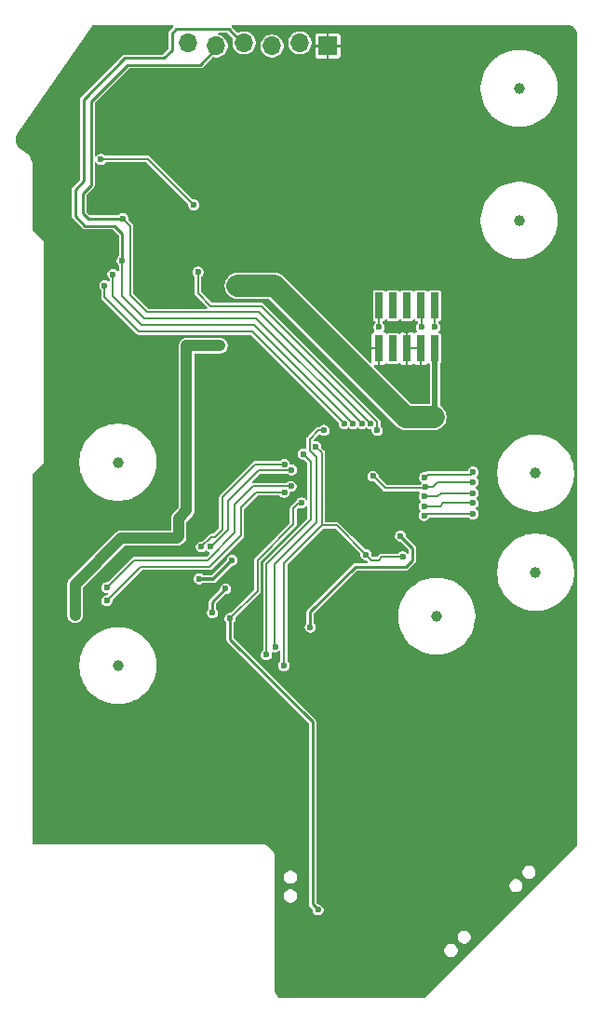
<source format=gbr>
G04 #@! TF.GenerationSoftware,KiCad,Pcbnew,9.0.0*
G04 #@! TF.CreationDate,2025-03-02T22:01:54-06:00*
G04 #@! TF.ProjectId,mobo,6d6f626f-2e6b-4696-9361-645f70636258,rev?*
G04 #@! TF.SameCoordinates,Original*
G04 #@! TF.FileFunction,Copper,L2,Bot*
G04 #@! TF.FilePolarity,Positive*
%FSLAX46Y46*%
G04 Gerber Fmt 4.6, Leading zero omitted, Abs format (unit mm)*
G04 Created by KiCad (PCBNEW 9.0.0) date 2025-03-02 22:01:54*
%MOMM*%
%LPD*%
G01*
G04 APERTURE LIST*
G04 #@! TA.AperFunction,SMDPad,CuDef*
%ADD10C,1.000000*%
G04 #@! TD*
G04 #@! TA.AperFunction,ComponentPad*
%ADD11R,1.700000X1.700000*%
G04 #@! TD*
G04 #@! TA.AperFunction,ComponentPad*
%ADD12O,1.700000X1.700000*%
G04 #@! TD*
G04 #@! TA.AperFunction,SMDPad,CuDef*
%ADD13R,0.740000X2.400000*%
G04 #@! TD*
G04 #@! TA.AperFunction,ViaPad*
%ADD14C,0.600000*%
G04 #@! TD*
G04 #@! TA.AperFunction,ViaPad*
%ADD15C,0.800000*%
G04 #@! TD*
G04 #@! TA.AperFunction,Conductor*
%ADD16C,0.200000*%
G04 #@! TD*
G04 #@! TA.AperFunction,Conductor*
%ADD17C,1.000000*%
G04 #@! TD*
G04 #@! TA.AperFunction,Conductor*
%ADD18C,2.000000*%
G04 #@! TD*
G04 #@! TA.AperFunction,Conductor*
%ADD19C,0.500000*%
G04 #@! TD*
G04 #@! TA.AperFunction,Conductor*
%ADD20C,0.300000*%
G04 #@! TD*
G04 #@! TA.AperFunction,Conductor*
%ADD21C,0.250000*%
G04 #@! TD*
G04 APERTURE END LIST*
D10*
X109300000Y-69800000D03*
X145800000Y-47800000D03*
X109300000Y-88300000D03*
X145800000Y-35800000D03*
D11*
X128400000Y-31950000D03*
D12*
X125860000Y-31650000D03*
X123320000Y-31950000D03*
X120780000Y-31650000D03*
X118240000Y-31950000D03*
X115700000Y-31650000D03*
D10*
X147300000Y-79800000D03*
X138300000Y-83800000D03*
X147300000Y-70800000D03*
D13*
X138140000Y-59450000D03*
X138140000Y-55550000D03*
X136870000Y-59450000D03*
X136870000Y-55550000D03*
X135600000Y-59450000D03*
X135600000Y-55550000D03*
X134330000Y-59450000D03*
X134330000Y-55550000D03*
X133060000Y-59450000D03*
X133060000Y-55550000D03*
D14*
X140000000Y-51000000D03*
X140000000Y-49000000D03*
X140000000Y-47000000D03*
X140000000Y-45000000D03*
X140000000Y-43000000D03*
X140000000Y-41000000D03*
X118000000Y-51000000D03*
X118000000Y-49000000D03*
X118000000Y-47000000D03*
X118000000Y-45000000D03*
X118000000Y-43000000D03*
X118000000Y-41000000D03*
X129000000Y-51000000D03*
X129000000Y-49000000D03*
X129000000Y-47000000D03*
X129000000Y-45000000D03*
X129000000Y-43000000D03*
X129000000Y-41000000D03*
X130750000Y-56900000D03*
X131500000Y-57500000D03*
X130050000Y-57500000D03*
X128500000Y-54250000D03*
X127750000Y-53650000D03*
X127050000Y-54250000D03*
X135000000Y-49750000D03*
X123000000Y-49750000D03*
X108800000Y-43400000D03*
X102300000Y-40950000D03*
X119000000Y-91200000D03*
X125000000Y-80600000D03*
X137500000Y-43500000D03*
X136750000Y-49000000D03*
X113400000Y-31550000D03*
X115000000Y-43300000D03*
X128000000Y-102800000D03*
X119000000Y-94600000D03*
X124450000Y-74550000D03*
X143800000Y-110600000D03*
X125449999Y-43500000D03*
X105500000Y-79200000D03*
X137750000Y-46750000D03*
X112850000Y-52750000D03*
X112750000Y-30400000D03*
X108300000Y-80000000D03*
X130400000Y-102700000D03*
X124699999Y-46750000D03*
X109400000Y-31550000D03*
X121050000Y-58900000D03*
X132650000Y-78050000D03*
X131971016Y-59478984D03*
X133200000Y-102700000D03*
X101750000Y-41750000D03*
X122050000Y-76350000D03*
X135750000Y-46750000D03*
X110550000Y-34600000D03*
X121400000Y-79000000D03*
X132900000Y-83700000D03*
X137700000Y-37300000D03*
X140250000Y-68900000D03*
X112550000Y-54100000D03*
X128100000Y-83700000D03*
X135600000Y-57800000D03*
X125200000Y-69200000D03*
X122650000Y-73600000D03*
X126400000Y-78100000D03*
X102050000Y-43400000D03*
X123699999Y-46750000D03*
X135700000Y-80600000D03*
X128200000Y-98900000D03*
X113250000Y-58750000D03*
X104700000Y-43950000D03*
X113800000Y-45000000D03*
D15*
X130436665Y-72337260D03*
D14*
X141600000Y-69700000D03*
X138750000Y-46250000D03*
X121800000Y-59500000D03*
D15*
X131536665Y-71237260D03*
D14*
X113250000Y-53500000D03*
X125400000Y-83100000D03*
X126699999Y-45000000D03*
X141300000Y-80000000D03*
X103250000Y-44200000D03*
X109800000Y-30400000D03*
X113750000Y-52750000D03*
X116200000Y-75600000D03*
X105000000Y-79800000D03*
X127100000Y-64750000D03*
X125600000Y-98900000D03*
X112550000Y-59350000D03*
X112050000Y-36150000D03*
D15*
X130436665Y-71237260D03*
D14*
X137200000Y-70250000D03*
X126200000Y-64500000D03*
X135600000Y-61200000D03*
X112900000Y-32300000D03*
X109200000Y-36200000D03*
X138750000Y-45000000D03*
X109700000Y-35300000D03*
X111700000Y-37050000D03*
X103750000Y-40950000D03*
X118000000Y-52750000D03*
X118500000Y-54250000D03*
X114000000Y-54100000D03*
X141300000Y-77600000D03*
X118100000Y-75600000D03*
X112200000Y-80300000D03*
X110900000Y-37400000D03*
X137150000Y-75500000D03*
X139900000Y-38800000D03*
X117750000Y-53750000D03*
X137700000Y-40300000D03*
X141300000Y-78600000D03*
X126699999Y-46250000D03*
X105300000Y-43200000D03*
X109950000Y-37150000D03*
X111300000Y-82200000D03*
X109950000Y-43400000D03*
X126000000Y-74300000D03*
X104900000Y-41750000D03*
X120350000Y-59500000D03*
X113400000Y-77900000D03*
X111300000Y-83200000D03*
X110400000Y-32300000D03*
X126400000Y-65400000D03*
X135500000Y-38800000D03*
X124699999Y-49000000D03*
X141300000Y-76500000D03*
X136750000Y-46750000D03*
X117300000Y-75600000D03*
X128604165Y-74262260D03*
X141300000Y-75450000D03*
X125699999Y-46750000D03*
D15*
X131536665Y-72337260D03*
D14*
X134600000Y-110900000D03*
X111300000Y-81400000D03*
X137000000Y-63700000D03*
X130187165Y-77900000D03*
X114000000Y-59350000D03*
X136000000Y-65700000D03*
X115550000Y-59200000D03*
X118600000Y-59200000D03*
X121400000Y-53750000D03*
X119700000Y-78700000D03*
X116700000Y-80400000D03*
X137000000Y-65700000D03*
X120800000Y-53750000D03*
X114850000Y-76550000D03*
X114850000Y-74900000D03*
X120200000Y-53750000D03*
X138000000Y-65700000D03*
X105400000Y-82900000D03*
X114850489Y-75700000D03*
X105400000Y-83700000D03*
X117000000Y-59150000D03*
X124400000Y-88300000D03*
X127300000Y-68400000D03*
X133050000Y-57500000D03*
X135200000Y-78400000D03*
X131861444Y-78200000D03*
X109700000Y-51450000D03*
X131500000Y-66300000D03*
X109750000Y-47650000D03*
X132300000Y-66300000D03*
X116600000Y-52500000D03*
X132900000Y-66900000D03*
X138150000Y-57500000D03*
X123600000Y-86600000D03*
X128050000Y-66900000D03*
X126150000Y-69050000D03*
X122800000Y-87300000D03*
X136900000Y-57500000D03*
X141600000Y-70700000D03*
X137200000Y-71200000D03*
X137300000Y-72050000D03*
X132500000Y-71050000D03*
X141600000Y-71600000D03*
X117750003Y-77500000D03*
X125100758Y-70487760D03*
X124450000Y-70000000D03*
X116900000Y-77500000D03*
X127500000Y-110500000D03*
X119500000Y-84000000D03*
X126000000Y-73500000D03*
X129900000Y-66300000D03*
X108100000Y-53750000D03*
X107750000Y-42250000D03*
X116200000Y-46400000D03*
X108300000Y-81200000D03*
X125050000Y-71987760D03*
X108300000Y-82400000D03*
X124450000Y-72535018D03*
X108850000Y-52700000D03*
X130700000Y-66300000D03*
X137150000Y-72900000D03*
X141600000Y-72600000D03*
X141600000Y-73500000D03*
X137150000Y-73800000D03*
X141600000Y-74500000D03*
X137150000Y-74650000D03*
X117900000Y-83500000D03*
X126800000Y-84800000D03*
X119100000Y-81300000D03*
X135000000Y-76500000D03*
D16*
X117800000Y-77500000D02*
X117750003Y-77500000D01*
X119350000Y-75950000D02*
X117800000Y-77500000D01*
X119350000Y-73300000D02*
X119350000Y-75950000D01*
X122100489Y-70549511D02*
X119350000Y-73300000D01*
X125039007Y-70549511D02*
X122100489Y-70549511D01*
X125100758Y-70487760D02*
X125039007Y-70549511D01*
X117800000Y-76600000D02*
X116900000Y-77500000D01*
X118100000Y-76600000D02*
X117800000Y-76600000D01*
X118800000Y-75900000D02*
X118100000Y-76600000D01*
X121800000Y-70000000D02*
X118800000Y-73000000D01*
X118800000Y-73000000D02*
X118800000Y-75900000D01*
X124450000Y-70000000D02*
X121800000Y-70000000D01*
D17*
X105400000Y-80900000D02*
X105400000Y-82900000D01*
X114850489Y-75700000D02*
X114850489Y-76549511D01*
X114850489Y-75700000D02*
X114850489Y-74900489D01*
D18*
X136000000Y-65700000D02*
X137000000Y-65700000D01*
X137000000Y-65700000D02*
X138000000Y-65700000D01*
D17*
X118600000Y-59200000D02*
X115550000Y-59200000D01*
D18*
X135500000Y-65700000D02*
X136000000Y-65700000D01*
D17*
X115550000Y-74200000D02*
X115550000Y-59200000D01*
X114850489Y-74900489D02*
X114850000Y-74900000D01*
X114850000Y-76550000D02*
X114700000Y-76700000D01*
X114700000Y-76700000D02*
X109600000Y-76700000D01*
D18*
X121800000Y-53750000D02*
X123550000Y-53750000D01*
D17*
X105400000Y-83700000D02*
X105400000Y-82900000D01*
D19*
X138140000Y-59450000D02*
X138140000Y-65560000D01*
D20*
X118000000Y-80400000D02*
X116700000Y-80400000D01*
D18*
X120200000Y-53750000D02*
X121800000Y-53750000D01*
D17*
X114850489Y-76549511D02*
X114850000Y-76550000D01*
D18*
X123550000Y-53750000D02*
X135500000Y-65700000D01*
D17*
X109600000Y-76700000D02*
X105400000Y-80900000D01*
D19*
X138140000Y-65560000D02*
X138000000Y-65700000D01*
D20*
X119700000Y-78700000D02*
X118000000Y-80400000D01*
D17*
X114850000Y-74900000D02*
X115550000Y-74200000D01*
D16*
X124400000Y-79000000D02*
X127850000Y-75550000D01*
X127850000Y-68950000D02*
X127850000Y-75550000D01*
X133050000Y-55560000D02*
X133060000Y-55550000D01*
X127850000Y-75550000D02*
X129200000Y-75550000D01*
X131850000Y-78200000D02*
X131861444Y-78200000D01*
X133050000Y-57500000D02*
X133050000Y-55560000D01*
X133000000Y-78700000D02*
X132361444Y-78700000D01*
X135200000Y-78400000D02*
X133300000Y-78400000D01*
X129200000Y-75550000D02*
X131850000Y-78200000D01*
X127300000Y-68400000D02*
X127850000Y-68950000D01*
X133300000Y-78400000D02*
X133000000Y-78700000D01*
X132361444Y-78700000D02*
X131861444Y-78200000D01*
X124400000Y-88300000D02*
X124400000Y-79000000D01*
X109700000Y-51450000D02*
X109700000Y-54700000D01*
D21*
X114200000Y-32350000D02*
X113499040Y-33050960D01*
D16*
X111700000Y-56700000D02*
X121900000Y-56700000D01*
D21*
X106300000Y-48300000D02*
X109000000Y-48300000D01*
X106200000Y-44200000D02*
X105400000Y-45000000D01*
X120780000Y-31800000D02*
X119380000Y-30400000D01*
X105400000Y-45000000D02*
X105400000Y-47400000D01*
X114600000Y-30400000D02*
X114200000Y-30800000D01*
X109700000Y-49000000D02*
X109700000Y-51450000D01*
D16*
X109700000Y-54700000D02*
X111700000Y-56700000D01*
X121900000Y-56700000D02*
X131500000Y-66300000D01*
D21*
X109000000Y-48300000D02*
X109700000Y-49000000D01*
X106200000Y-36800000D02*
X106200000Y-44200000D01*
X109949040Y-33050960D02*
X106200000Y-36800000D01*
X114200000Y-30800000D02*
X114200000Y-32350000D01*
X119380000Y-30400000D02*
X114600000Y-30400000D01*
X113499040Y-33050960D02*
X109949040Y-33050960D01*
X105400000Y-47400000D02*
X106300000Y-48300000D01*
X116750000Y-33650000D02*
X118240000Y-32160000D01*
X106850000Y-44600000D02*
X106850000Y-37000000D01*
X109750000Y-47650000D02*
X106600000Y-47650000D01*
X110200000Y-33650000D02*
X116750000Y-33650000D01*
D16*
X110400000Y-54600000D02*
X111938556Y-56138556D01*
D21*
X106600000Y-47650000D02*
X106100000Y-47150000D01*
X106100000Y-45350000D02*
X106850000Y-44600000D01*
X106850000Y-37000000D02*
X110200000Y-33650000D01*
D16*
X110400000Y-48300000D02*
X110400000Y-54600000D01*
D21*
X118240000Y-32160000D02*
X118240000Y-31800000D01*
D16*
X111938556Y-56138556D02*
X122138556Y-56138556D01*
X109750000Y-47650000D02*
X110400000Y-48300000D01*
X122138556Y-56138556D02*
X132300000Y-66300000D01*
D21*
X106100000Y-47150000D02*
X106100000Y-45350000D01*
D16*
X122377127Y-55600000D02*
X132900000Y-66122873D01*
X117750000Y-55600000D02*
X122377127Y-55600000D01*
X116600000Y-52500000D02*
X116600000Y-54450000D01*
X116600000Y-54450000D02*
X117750000Y-55600000D01*
X132900000Y-66122873D02*
X132900000Y-66900000D01*
X138140000Y-57490000D02*
X138140000Y-55550000D01*
X126750000Y-67700000D02*
X127550000Y-66900000D01*
X127550000Y-66900000D02*
X128050000Y-66900000D01*
X123550000Y-79100000D02*
X127350000Y-75300000D01*
X126750000Y-68750000D02*
X126750000Y-67700000D01*
X138150000Y-57500000D02*
X138140000Y-57490000D01*
X123550000Y-86550000D02*
X123550000Y-79100000D01*
X127350000Y-75300000D02*
X127350000Y-69350000D01*
X127350000Y-69350000D02*
X126750000Y-68750000D01*
X123600000Y-86600000D02*
X123550000Y-86550000D01*
X136900000Y-57500000D02*
X136900000Y-55580000D01*
X122800000Y-79050000D02*
X126850000Y-75000000D01*
X136900000Y-55580000D02*
X136870000Y-55550000D01*
X122800000Y-87300000D02*
X122800000Y-79050000D01*
X126850000Y-75000000D02*
X126850000Y-69750000D01*
X126850000Y-69750000D02*
X126150000Y-69050000D01*
X141400000Y-70900000D02*
X141600000Y-70700000D01*
X137500000Y-70900000D02*
X141400000Y-70900000D01*
X137200000Y-71200000D02*
X137500000Y-70900000D01*
X137300000Y-72050000D02*
X137950000Y-72050000D01*
X137300000Y-72050000D02*
X137200000Y-72150000D01*
X137950000Y-72050000D02*
X138400000Y-71600000D01*
X137200000Y-72150000D02*
X133600000Y-72150000D01*
X133600000Y-72150000D02*
X132500000Y-71050000D01*
X138400000Y-71600000D02*
X141600000Y-71600000D01*
D21*
X127500000Y-110500000D02*
X127000000Y-110000000D01*
X127000000Y-93400000D02*
X119500000Y-85900000D01*
X127000000Y-110000000D02*
X127000000Y-93400000D01*
D16*
X125250000Y-75450000D02*
X125250000Y-74000000D01*
X122000000Y-81500000D02*
X122000000Y-78700000D01*
X119500000Y-84000000D02*
X122000000Y-81500000D01*
X125250000Y-74000000D02*
X125750000Y-73500000D01*
X125750000Y-73500000D02*
X126000000Y-73500000D01*
X122000000Y-78700000D02*
X125250000Y-75450000D01*
D21*
X119500000Y-85900000D02*
X119500000Y-84000000D01*
D16*
X121500000Y-57900000D02*
X129900000Y-66300000D01*
X111200000Y-57900000D02*
X121500000Y-57900000D01*
X108100000Y-54800000D02*
X111200000Y-57900000D01*
X108100000Y-53750000D02*
X108100000Y-54800000D01*
X112000000Y-42200000D02*
X107800000Y-42200000D01*
X116200000Y-46400000D02*
X112000000Y-42200000D01*
X107800000Y-42200000D02*
X107750000Y-42250000D01*
X125050000Y-71987760D02*
X125047747Y-71985507D01*
X117450000Y-78700000D02*
X110800000Y-78700000D01*
X119950000Y-73650000D02*
X119950000Y-76200000D01*
X110800000Y-78700000D02*
X108300000Y-81200000D01*
X119950000Y-76200000D02*
X117450000Y-78700000D01*
X125047747Y-71985507D02*
X121614493Y-71985507D01*
X121614493Y-71985507D02*
X119950000Y-73650000D01*
X111400000Y-79300000D02*
X108300000Y-82400000D01*
X124450000Y-72535018D02*
X121864982Y-72535018D01*
X121864982Y-72535018D02*
X120500000Y-73900000D01*
X120500000Y-76450000D02*
X117650000Y-79300000D01*
X117650000Y-79300000D02*
X111400000Y-79300000D01*
X120500000Y-73900000D02*
X120500000Y-76450000D01*
X111450000Y-57300000D02*
X121700000Y-57300000D01*
X121700000Y-57300000D02*
X130700000Y-66300000D01*
X108850000Y-54700000D02*
X111450000Y-57300000D01*
X108850000Y-52700000D02*
X108850000Y-54700000D01*
X137150000Y-72900000D02*
X138375000Y-72900000D01*
X138675000Y-72600000D02*
X141600000Y-72600000D01*
X138375000Y-72900000D02*
X138675000Y-72600000D01*
X138900000Y-73500000D02*
X141600000Y-73500000D01*
X137150000Y-73800000D02*
X138600000Y-73800000D01*
X138600000Y-73800000D02*
X138900000Y-73500000D01*
X137300000Y-74500000D02*
X141600000Y-74500000D01*
X137150000Y-74650000D02*
X137300000Y-74500000D01*
D21*
X117900000Y-83500000D02*
X117900000Y-82500000D01*
X130900000Y-79300000D02*
X135500000Y-79300000D01*
X136100000Y-77600000D02*
X135000000Y-76500000D01*
X136100000Y-78700000D02*
X136100000Y-77600000D01*
X126800000Y-83400000D02*
X130900000Y-79300000D01*
X135500000Y-79300000D02*
X136100000Y-78700000D01*
X126800000Y-84800000D02*
X126800000Y-83400000D01*
X117900000Y-82500000D02*
X119100000Y-81300000D01*
G04 #@! TA.AperFunction,Conductor*
G36*
X114308357Y-30069407D02*
G01*
X114344321Y-30118907D01*
X114344321Y-30180093D01*
X114320171Y-30219501D01*
X114035093Y-30504580D01*
X113939532Y-30600141D01*
X113939531Y-30600142D01*
X113896684Y-30674355D01*
X113896680Y-30674365D01*
X113889388Y-30701583D01*
X113882980Y-30725500D01*
X113880543Y-30734594D01*
X113874500Y-30757146D01*
X113874500Y-32174165D01*
X113855593Y-32232356D01*
X113845504Y-32244169D01*
X113393209Y-32696464D01*
X113338692Y-32724241D01*
X113323205Y-32725460D01*
X109991893Y-32725460D01*
X109906187Y-32725460D01*
X109855518Y-32739036D01*
X109823396Y-32747643D01*
X109749182Y-32790491D01*
X105939531Y-36600142D01*
X105896682Y-36674360D01*
X105896681Y-36674360D01*
X105896682Y-36674361D01*
X105874500Y-36757147D01*
X105874500Y-44024165D01*
X105855593Y-44082356D01*
X105845504Y-44094169D01*
X105139531Y-44800142D01*
X105096682Y-44874360D01*
X105096681Y-44874360D01*
X105096682Y-44874361D01*
X105096682Y-44874362D01*
X105074500Y-44957147D01*
X105074500Y-47357147D01*
X105074500Y-47442853D01*
X105078241Y-47456814D01*
X105096683Y-47525643D01*
X105139531Y-47599857D01*
X105139533Y-47599859D01*
X105139535Y-47599862D01*
X106100138Y-48560465D01*
X106100140Y-48560466D01*
X106100142Y-48560468D01*
X106174357Y-48603316D01*
X106174355Y-48603316D01*
X106174359Y-48603317D01*
X106174361Y-48603318D01*
X106257147Y-48625500D01*
X106342853Y-48625500D01*
X108824165Y-48625500D01*
X108882356Y-48644407D01*
X108894169Y-48654496D01*
X109345504Y-49105831D01*
X109373281Y-49160348D01*
X109374500Y-49175835D01*
X109374500Y-51026678D01*
X109355593Y-51084869D01*
X109345504Y-51096681D01*
X109299500Y-51142684D01*
X109299496Y-51142690D01*
X109233609Y-51256809D01*
X109233608Y-51256814D01*
X109199500Y-51384108D01*
X109199500Y-51515892D01*
X109229579Y-51628151D01*
X109233609Y-51643190D01*
X109299496Y-51757309D01*
X109299498Y-51757311D01*
X109299500Y-51757314D01*
X109370505Y-51828319D01*
X109398281Y-51882834D01*
X109399500Y-51898321D01*
X109399500Y-52302679D01*
X109380593Y-52360870D01*
X109331093Y-52396834D01*
X109269907Y-52396834D01*
X109230498Y-52372684D01*
X109157314Y-52299500D01*
X109157311Y-52299498D01*
X109157309Y-52299496D01*
X109043189Y-52233609D01*
X109043191Y-52233609D01*
X108993799Y-52220375D01*
X108915892Y-52199500D01*
X108784108Y-52199500D01*
X108706200Y-52220375D01*
X108656809Y-52233609D01*
X108542690Y-52299496D01*
X108449496Y-52392690D01*
X108383609Y-52506809D01*
X108383608Y-52506814D01*
X108349500Y-52634108D01*
X108349500Y-52765892D01*
X108379579Y-52878151D01*
X108383609Y-52893190D01*
X108449496Y-53007309D01*
X108449498Y-53007311D01*
X108449500Y-53007314D01*
X108520505Y-53078319D01*
X108524130Y-53085434D01*
X108530593Y-53090130D01*
X108537756Y-53112178D01*
X108548281Y-53132834D01*
X108549500Y-53148321D01*
X108549500Y-53260117D01*
X108530593Y-53318308D01*
X108481093Y-53354272D01*
X108419907Y-53354272D01*
X108401000Y-53345854D01*
X108293187Y-53283608D01*
X108250754Y-53272238D01*
X108165892Y-53249500D01*
X108034108Y-53249500D01*
X107956200Y-53270375D01*
X107906809Y-53283609D01*
X107792690Y-53349496D01*
X107699496Y-53442690D01*
X107633609Y-53556809D01*
X107633608Y-53556814D01*
X107599500Y-53684108D01*
X107599500Y-53815892D01*
X107629579Y-53928151D01*
X107633609Y-53943190D01*
X107699496Y-54057309D01*
X107699498Y-54057311D01*
X107699500Y-54057314D01*
X107770505Y-54128319D01*
X107798281Y-54182834D01*
X107799500Y-54198321D01*
X107799500Y-54839564D01*
X107819978Y-54915988D01*
X107819979Y-54915989D01*
X107839904Y-54950500D01*
X107859540Y-54984511D01*
X110959540Y-58084511D01*
X110959539Y-58084511D01*
X111015489Y-58140460D01*
X111084007Y-58180019D01*
X111084011Y-58180021D01*
X111160435Y-58200499D01*
X111160437Y-58200500D01*
X111160438Y-58200500D01*
X111239562Y-58200500D01*
X121334521Y-58200500D01*
X121392712Y-58219407D01*
X121404525Y-58229496D01*
X129370504Y-66195475D01*
X129398281Y-66249992D01*
X129399500Y-66265479D01*
X129399500Y-66365892D01*
X129417644Y-66433608D01*
X129433609Y-66493190D01*
X129499496Y-66607309D01*
X129499498Y-66607311D01*
X129499500Y-66607314D01*
X129592686Y-66700500D01*
X129592688Y-66700501D01*
X129592690Y-66700503D01*
X129706810Y-66766390D01*
X129706808Y-66766390D01*
X129706812Y-66766391D01*
X129706814Y-66766392D01*
X129834108Y-66800500D01*
X129834110Y-66800500D01*
X129965890Y-66800500D01*
X129965892Y-66800500D01*
X130093186Y-66766392D01*
X130093188Y-66766390D01*
X130093190Y-66766390D01*
X130207309Y-66700503D01*
X130207309Y-66700502D01*
X130207314Y-66700500D01*
X130229998Y-66677815D01*
X130284513Y-66650040D01*
X130344945Y-66659611D01*
X130370000Y-66677814D01*
X130392686Y-66700500D01*
X130392688Y-66700501D01*
X130392690Y-66700503D01*
X130506810Y-66766390D01*
X130506808Y-66766390D01*
X130506812Y-66766391D01*
X130506814Y-66766392D01*
X130634108Y-66800500D01*
X130634110Y-66800500D01*
X130765890Y-66800500D01*
X130765892Y-66800500D01*
X130893186Y-66766392D01*
X130893188Y-66766390D01*
X130893190Y-66766390D01*
X131007309Y-66700503D01*
X131007309Y-66700502D01*
X131007314Y-66700500D01*
X131029998Y-66677815D01*
X131084513Y-66650040D01*
X131144945Y-66659611D01*
X131170000Y-66677814D01*
X131192686Y-66700500D01*
X131192688Y-66700501D01*
X131192690Y-66700503D01*
X131306810Y-66766390D01*
X131306808Y-66766390D01*
X131306812Y-66766391D01*
X131306814Y-66766392D01*
X131434108Y-66800500D01*
X131434110Y-66800500D01*
X131565890Y-66800500D01*
X131565892Y-66800500D01*
X131693186Y-66766392D01*
X131693188Y-66766390D01*
X131693190Y-66766390D01*
X131807309Y-66700503D01*
X131807309Y-66700502D01*
X131807314Y-66700500D01*
X131829998Y-66677815D01*
X131884513Y-66650040D01*
X131944945Y-66659611D01*
X131970000Y-66677814D01*
X131992686Y-66700500D01*
X131992688Y-66700501D01*
X131992690Y-66700503D01*
X132106810Y-66766390D01*
X132106808Y-66766390D01*
X132106812Y-66766391D01*
X132106814Y-66766392D01*
X132234108Y-66800500D01*
X132234110Y-66800500D01*
X132300500Y-66800500D01*
X132358691Y-66819407D01*
X132394655Y-66868907D01*
X132399500Y-66899500D01*
X132399500Y-66965892D01*
X132429579Y-67078151D01*
X132433609Y-67093190D01*
X132499496Y-67207309D01*
X132499498Y-67207311D01*
X132499500Y-67207314D01*
X132592686Y-67300500D01*
X132592688Y-67300501D01*
X132592690Y-67300503D01*
X132706810Y-67366390D01*
X132706808Y-67366390D01*
X132706812Y-67366391D01*
X132706814Y-67366392D01*
X132834108Y-67400500D01*
X132834110Y-67400500D01*
X132965890Y-67400500D01*
X132965892Y-67400500D01*
X133093186Y-67366392D01*
X133093188Y-67366390D01*
X133093190Y-67366390D01*
X133207309Y-67300503D01*
X133207309Y-67300502D01*
X133207314Y-67300500D01*
X133300500Y-67207314D01*
X133300503Y-67207309D01*
X133366390Y-67093190D01*
X133366390Y-67093188D01*
X133366392Y-67093186D01*
X133400500Y-66965892D01*
X133400500Y-66834108D01*
X133366392Y-66706814D01*
X133366390Y-66706811D01*
X133366390Y-66706809D01*
X133300503Y-66592690D01*
X133300501Y-66592688D01*
X133300500Y-66592686D01*
X133229494Y-66521680D01*
X133201719Y-66467166D01*
X133200500Y-66451679D01*
X133200500Y-66083312D01*
X133200499Y-66083308D01*
X133194385Y-66060489D01*
X133180022Y-66006885D01*
X133180019Y-66006879D01*
X133140463Y-65938366D01*
X133140461Y-65938364D01*
X133140460Y-65938362D01*
X122561638Y-55359540D01*
X122561635Y-55359538D01*
X122493119Y-55319980D01*
X122493115Y-55319978D01*
X122416691Y-55299500D01*
X122416689Y-55299500D01*
X117915479Y-55299500D01*
X117857288Y-55280593D01*
X117845475Y-55270504D01*
X116929496Y-54354525D01*
X116901719Y-54300008D01*
X116900500Y-54284521D01*
X116900500Y-53655515D01*
X118999500Y-53655515D01*
X118999500Y-53844484D01*
X119029058Y-54031113D01*
X119087453Y-54210832D01*
X119148294Y-54330241D01*
X119173240Y-54379199D01*
X119284310Y-54532073D01*
X119417927Y-54665690D01*
X119570801Y-54776760D01*
X119739168Y-54862547D01*
X119918882Y-54920940D01*
X119918883Y-54920940D01*
X119918886Y-54920941D01*
X120105516Y-54950500D01*
X120105519Y-54950500D01*
X121705519Y-54950500D01*
X123011728Y-54950500D01*
X123069919Y-54969407D01*
X123081732Y-54979496D01*
X134717926Y-66615690D01*
X134870801Y-66726760D01*
X135039168Y-66812547D01*
X135218882Y-66870940D01*
X135218883Y-66870940D01*
X135218886Y-66870941D01*
X135405515Y-66900500D01*
X135405518Y-66900500D01*
X138094484Y-66900500D01*
X138281113Y-66870941D01*
X138281114Y-66870940D01*
X138281118Y-66870940D01*
X138460832Y-66812547D01*
X138629199Y-66726760D01*
X138782073Y-66615690D01*
X138915690Y-66482073D01*
X139026760Y-66329199D01*
X139112547Y-66160832D01*
X139170940Y-65981118D01*
X139200500Y-65794481D01*
X139200500Y-65605519D01*
X139200500Y-65605515D01*
X139170941Y-65418886D01*
X139170940Y-65418882D01*
X139112547Y-65239168D01*
X139026760Y-65070801D01*
X138915690Y-64917927D01*
X138782073Y-64784310D01*
X138782069Y-64784307D01*
X138782067Y-64784305D01*
X138631309Y-64674772D01*
X138595345Y-64625272D01*
X138590500Y-64594680D01*
X138590500Y-60890267D01*
X138609407Y-60832076D01*
X138634500Y-60807951D01*
X138654550Y-60794554D01*
X138654551Y-60794553D01*
X138654552Y-60794552D01*
X138698867Y-60728231D01*
X138710500Y-60669748D01*
X138710500Y-58230252D01*
X138698867Y-58171769D01*
X138654552Y-58105448D01*
X138654548Y-58105445D01*
X138588233Y-58061134D01*
X138588231Y-58061133D01*
X138588228Y-58061132D01*
X138588227Y-58061132D01*
X138526707Y-58048894D01*
X138473324Y-58018997D01*
X138447709Y-57963431D01*
X138459647Y-57903422D01*
X138476016Y-57881797D01*
X138550500Y-57807314D01*
X138616392Y-57693186D01*
X138650500Y-57565892D01*
X138650500Y-57434108D01*
X138616392Y-57306814D01*
X138616390Y-57306811D01*
X138616390Y-57306809D01*
X138550503Y-57192690D01*
X138550499Y-57192685D01*
X138476020Y-57118205D01*
X138448243Y-57063688D01*
X138457815Y-57003256D01*
X138501079Y-56959992D01*
X138526709Y-56951104D01*
X138529745Y-56950500D01*
X138529748Y-56950500D01*
X138588231Y-56938867D01*
X138654552Y-56894552D01*
X138698867Y-56828231D01*
X138710500Y-56769748D01*
X138710500Y-54330252D01*
X138698867Y-54271769D01*
X138654552Y-54205448D01*
X138643886Y-54198321D01*
X138588233Y-54161134D01*
X138588231Y-54161133D01*
X138588228Y-54161132D01*
X138588227Y-54161132D01*
X138529758Y-54149501D01*
X138529748Y-54149500D01*
X137750252Y-54149500D01*
X137750251Y-54149500D01*
X137750241Y-54149501D01*
X137691772Y-54161132D01*
X137691766Y-54161134D01*
X137625451Y-54205445D01*
X137625445Y-54205451D01*
X137587315Y-54262517D01*
X137539265Y-54300396D01*
X137478127Y-54302798D01*
X137427253Y-54268805D01*
X137422685Y-54262517D01*
X137384554Y-54205451D01*
X137384552Y-54205448D01*
X137373886Y-54198321D01*
X137318233Y-54161134D01*
X137318231Y-54161133D01*
X137318228Y-54161132D01*
X137318227Y-54161132D01*
X137259758Y-54149501D01*
X137259748Y-54149500D01*
X136480252Y-54149500D01*
X136480251Y-54149500D01*
X136480241Y-54149501D01*
X136421772Y-54161132D01*
X136421766Y-54161134D01*
X136355451Y-54205445D01*
X136355445Y-54205451D01*
X136317315Y-54262517D01*
X136269265Y-54300396D01*
X136208127Y-54302798D01*
X136157253Y-54268805D01*
X136152685Y-54262517D01*
X136114554Y-54205451D01*
X136114552Y-54205448D01*
X136103886Y-54198321D01*
X136048233Y-54161134D01*
X136048231Y-54161133D01*
X136048228Y-54161132D01*
X136048227Y-54161132D01*
X135989758Y-54149501D01*
X135989748Y-54149500D01*
X135210252Y-54149500D01*
X135210251Y-54149500D01*
X135210241Y-54149501D01*
X135151772Y-54161132D01*
X135151766Y-54161134D01*
X135085451Y-54205445D01*
X135085445Y-54205451D01*
X135047315Y-54262517D01*
X134999265Y-54300396D01*
X134938127Y-54302798D01*
X134887253Y-54268805D01*
X134882685Y-54262517D01*
X134844554Y-54205451D01*
X134844552Y-54205448D01*
X134833886Y-54198321D01*
X134778233Y-54161134D01*
X134778231Y-54161133D01*
X134778228Y-54161132D01*
X134778227Y-54161132D01*
X134719758Y-54149501D01*
X134719748Y-54149500D01*
X133940252Y-54149500D01*
X133940251Y-54149500D01*
X133940241Y-54149501D01*
X133881772Y-54161132D01*
X133881766Y-54161134D01*
X133815451Y-54205445D01*
X133815445Y-54205451D01*
X133777315Y-54262517D01*
X133729265Y-54300396D01*
X133668127Y-54302798D01*
X133617253Y-54268805D01*
X133612685Y-54262517D01*
X133574554Y-54205451D01*
X133574552Y-54205448D01*
X133563886Y-54198321D01*
X133508233Y-54161134D01*
X133508231Y-54161133D01*
X133508228Y-54161132D01*
X133508227Y-54161132D01*
X133449758Y-54149501D01*
X133449748Y-54149500D01*
X132670252Y-54149500D01*
X132670251Y-54149500D01*
X132670241Y-54149501D01*
X132611772Y-54161132D01*
X132611766Y-54161134D01*
X132545451Y-54205445D01*
X132545445Y-54205451D01*
X132501134Y-54271766D01*
X132501132Y-54271772D01*
X132489501Y-54330241D01*
X132489500Y-54330253D01*
X132489500Y-56769746D01*
X132489501Y-56769758D01*
X132501132Y-56828227D01*
X132501134Y-56828233D01*
X132545445Y-56894548D01*
X132545448Y-56894552D01*
X132611769Y-56938867D01*
X132669816Y-56950413D01*
X132675069Y-56953355D01*
X132681093Y-56953355D01*
X132701354Y-56968075D01*
X132723198Y-56980309D01*
X132725719Y-56985778D01*
X132730593Y-56989319D01*
X132738331Y-57013135D01*
X132748814Y-57035874D01*
X132749500Y-57047510D01*
X132749500Y-57051679D01*
X132730593Y-57109870D01*
X132720509Y-57121676D01*
X132649501Y-57192685D01*
X132649497Y-57192689D01*
X132649496Y-57192690D01*
X132583609Y-57306809D01*
X132583608Y-57306814D01*
X132549500Y-57434108D01*
X132549500Y-57565892D01*
X132558773Y-57600500D01*
X132583609Y-57693190D01*
X132652744Y-57812934D01*
X132651399Y-57813710D01*
X132669245Y-57864107D01*
X132651867Y-57922773D01*
X132610268Y-57957261D01*
X132517523Y-57998212D01*
X132438213Y-58077522D01*
X132392909Y-58180127D01*
X132390000Y-58205202D01*
X132390000Y-59349999D01*
X132390001Y-59350000D01*
X132961000Y-59350000D01*
X132975912Y-59354845D01*
X132991593Y-59354845D01*
X133004278Y-59364061D01*
X133019191Y-59368907D01*
X133028407Y-59381592D01*
X133041093Y-59390809D01*
X133045938Y-59405721D01*
X133055155Y-59418407D01*
X133060000Y-59449000D01*
X133060000Y-59450000D01*
X133061000Y-59450000D01*
X133119191Y-59468907D01*
X133155155Y-59518407D01*
X133160000Y-59549000D01*
X133160000Y-60949998D01*
X133160001Y-60949999D01*
X133474790Y-60949999D01*
X133474791Y-60949998D01*
X133499874Y-60947090D01*
X133602477Y-60901786D01*
X133688273Y-60815991D01*
X133689201Y-60816919D01*
X133730046Y-60785471D01*
X133791208Y-60783769D01*
X133818243Y-60796420D01*
X133881769Y-60838867D01*
X133926231Y-60847711D01*
X133940241Y-60850498D01*
X133940246Y-60850498D01*
X133940252Y-60850500D01*
X133940253Y-60850500D01*
X134719747Y-60850500D01*
X134719748Y-60850500D01*
X134778231Y-60838867D01*
X134841751Y-60796423D01*
X134900637Y-60779814D01*
X134958041Y-60800990D01*
X134977000Y-60821264D01*
X135057522Y-60901786D01*
X135160127Y-60947090D01*
X135185203Y-60949999D01*
X135499998Y-60949999D01*
X135500000Y-60949998D01*
X135500000Y-59550001D01*
X135700000Y-59550001D01*
X135700000Y-60949998D01*
X135700001Y-60949999D01*
X136014790Y-60949999D01*
X136014791Y-60949998D01*
X136039874Y-60947090D01*
X136142477Y-60901786D01*
X136164996Y-60879268D01*
X136219513Y-60851491D01*
X136279945Y-60861062D01*
X136305004Y-60879268D01*
X136327522Y-60901786D01*
X136430127Y-60947090D01*
X136455203Y-60949999D01*
X136769998Y-60949999D01*
X136770000Y-60949998D01*
X136770000Y-59550000D01*
X135700001Y-59550000D01*
X135700000Y-59550001D01*
X135500000Y-59550001D01*
X135500000Y-57950001D01*
X135499999Y-57950000D01*
X135185210Y-57950000D01*
X135185207Y-57950001D01*
X135160125Y-57952909D01*
X135057522Y-57998213D01*
X134971727Y-58084009D01*
X134970800Y-58083082D01*
X134929938Y-58114533D01*
X134868776Y-58116226D01*
X134841750Y-58103576D01*
X134815877Y-58086288D01*
X134804590Y-58078746D01*
X134778233Y-58061134D01*
X134778231Y-58061133D01*
X134778228Y-58061132D01*
X134778227Y-58061132D01*
X134719758Y-58049501D01*
X134719748Y-58049500D01*
X133940252Y-58049500D01*
X133940251Y-58049500D01*
X133940241Y-58049501D01*
X133881772Y-58061132D01*
X133881766Y-58061134D01*
X133818249Y-58103576D01*
X133759361Y-58120185D01*
X133701957Y-58099008D01*
X133683010Y-58078746D01*
X133602477Y-57998213D01*
X133494440Y-57950511D01*
X133448845Y-57909710D01*
X133435939Y-57849902D01*
X133448692Y-57810446D01*
X133516390Y-57693190D01*
X133516390Y-57693188D01*
X133516392Y-57693186D01*
X133550500Y-57565892D01*
X133550500Y-57434108D01*
X133516392Y-57306814D01*
X133516390Y-57306811D01*
X133516390Y-57306809D01*
X133450503Y-57192690D01*
X133450501Y-57192688D01*
X133450500Y-57192686D01*
X133379494Y-57121680D01*
X133375869Y-57114565D01*
X133369407Y-57109870D01*
X133362243Y-57087821D01*
X133351719Y-57067166D01*
X133350500Y-57051679D01*
X133350500Y-57049500D01*
X133369407Y-56991309D01*
X133418907Y-56955345D01*
X133444936Y-56951222D01*
X133444912Y-56950976D01*
X133449094Y-56950564D01*
X133449500Y-56950500D01*
X133449747Y-56950500D01*
X133449748Y-56950500D01*
X133508231Y-56938867D01*
X133574552Y-56894552D01*
X133612686Y-56837481D01*
X133660735Y-56799603D01*
X133721873Y-56797201D01*
X133772746Y-56831194D01*
X133777307Y-56837472D01*
X133815448Y-56894552D01*
X133881769Y-56938867D01*
X133919811Y-56946434D01*
X133940241Y-56950498D01*
X133940246Y-56950498D01*
X133940252Y-56950500D01*
X133940253Y-56950500D01*
X134719747Y-56950500D01*
X134719748Y-56950500D01*
X134778231Y-56938867D01*
X134844552Y-56894552D01*
X134882686Y-56837481D01*
X134930735Y-56799603D01*
X134991873Y-56797201D01*
X135042746Y-56831194D01*
X135047307Y-56837472D01*
X135085448Y-56894552D01*
X135151769Y-56938867D01*
X135189811Y-56946434D01*
X135210241Y-56950498D01*
X135210246Y-56950498D01*
X135210252Y-56950500D01*
X135210253Y-56950500D01*
X135989747Y-56950500D01*
X135989748Y-56950500D01*
X136048231Y-56938867D01*
X136114552Y-56894552D01*
X136152686Y-56837481D01*
X136200735Y-56799603D01*
X136261873Y-56797201D01*
X136312746Y-56831194D01*
X136317307Y-56837472D01*
X136355448Y-56894552D01*
X136421769Y-56938867D01*
X136459811Y-56946434D01*
X136480241Y-56950498D01*
X136480246Y-56950498D01*
X136480252Y-56950500D01*
X136500500Y-56950500D01*
X136515412Y-56955345D01*
X136531093Y-56955345D01*
X136543778Y-56964561D01*
X136558691Y-56969407D01*
X136567907Y-56982092D01*
X136580593Y-56991309D01*
X136585438Y-57006221D01*
X136594655Y-57018907D01*
X136599500Y-57049500D01*
X136599500Y-57051679D01*
X136580593Y-57109870D01*
X136570509Y-57121676D01*
X136499501Y-57192685D01*
X136499497Y-57192689D01*
X136499496Y-57192690D01*
X136433609Y-57306809D01*
X136433608Y-57306814D01*
X136399500Y-57434108D01*
X136399500Y-57565892D01*
X136408773Y-57600500D01*
X136433609Y-57693190D01*
X136498595Y-57805748D01*
X136511317Y-57865596D01*
X136486430Y-57921492D01*
X136437051Y-57950001D01*
X136437311Y-57950955D01*
X136433695Y-57951938D01*
X136433442Y-57952085D01*
X136432725Y-57952202D01*
X136430126Y-57952909D01*
X136327522Y-57998213D01*
X136305004Y-58020732D01*
X136250487Y-58048509D01*
X136190055Y-58038938D01*
X136164996Y-58020732D01*
X136142477Y-57998213D01*
X136039872Y-57952909D01*
X136014797Y-57950000D01*
X135700001Y-57950000D01*
X135700000Y-57950001D01*
X135700000Y-59349999D01*
X135700001Y-59350000D01*
X136771000Y-59350000D01*
X136785912Y-59354845D01*
X136801593Y-59354845D01*
X136814278Y-59364061D01*
X136829191Y-59368907D01*
X136838407Y-59381592D01*
X136851093Y-59390809D01*
X136855938Y-59405721D01*
X136865155Y-59418407D01*
X136870000Y-59449000D01*
X136870000Y-59450000D01*
X136871000Y-59450000D01*
X136929191Y-59468907D01*
X136965155Y-59518407D01*
X136970000Y-59549000D01*
X136970000Y-60949998D01*
X136970001Y-60949999D01*
X137284790Y-60949999D01*
X137284791Y-60949998D01*
X137309874Y-60947090D01*
X137412477Y-60901786D01*
X137498273Y-60815991D01*
X137499201Y-60816919D01*
X137503553Y-60813568D01*
X137511956Y-60800993D01*
X137527187Y-60795373D01*
X137540052Y-60785470D01*
X137555170Y-60785050D01*
X137569360Y-60779815D01*
X137584985Y-60784221D01*
X137601214Y-60783771D01*
X137628248Y-60796423D01*
X137645501Y-60807951D01*
X137683381Y-60856001D01*
X137689500Y-60890267D01*
X137689500Y-64400500D01*
X137670593Y-64458691D01*
X137621093Y-64494655D01*
X137590500Y-64499500D01*
X136038272Y-64499500D01*
X135980081Y-64480593D01*
X135968268Y-64470504D01*
X132616767Y-61119003D01*
X132588990Y-61064486D01*
X132598561Y-61004054D01*
X132641826Y-60960789D01*
X132686771Y-60949999D01*
X132959999Y-60949999D01*
X132960000Y-60949998D01*
X132960000Y-59550000D01*
X132390002Y-59550000D01*
X132390001Y-59550001D01*
X132390001Y-60653229D01*
X132371094Y-60711420D01*
X132321594Y-60747384D01*
X132260408Y-60747384D01*
X132220997Y-60723233D01*
X128294965Y-56797201D01*
X124332074Y-52834310D01*
X124179199Y-52723240D01*
X124179198Y-52723239D01*
X124179196Y-52723238D01*
X124010832Y-52637453D01*
X123831113Y-52579058D01*
X123644484Y-52549500D01*
X123644481Y-52549500D01*
X121894481Y-52549500D01*
X120105519Y-52549500D01*
X120105516Y-52549500D01*
X119918886Y-52579058D01*
X119739167Y-52637453D01*
X119570803Y-52723238D01*
X119417928Y-52834309D01*
X119284309Y-52967928D01*
X119173238Y-53120803D01*
X119087453Y-53289167D01*
X119029058Y-53468886D01*
X118999500Y-53655515D01*
X116900500Y-53655515D01*
X116900500Y-52948321D01*
X116919407Y-52890130D01*
X116929490Y-52878323D01*
X117000500Y-52807314D01*
X117024416Y-52765890D01*
X117066390Y-52693190D01*
X117066390Y-52693188D01*
X117066392Y-52693186D01*
X117100500Y-52565892D01*
X117100500Y-52434108D01*
X117066392Y-52306814D01*
X117066390Y-52306811D01*
X117066390Y-52306809D01*
X117000503Y-52192690D01*
X117000501Y-52192688D01*
X117000500Y-52192686D01*
X116907314Y-52099500D01*
X116907311Y-52099498D01*
X116907309Y-52099496D01*
X116793189Y-52033609D01*
X116793191Y-52033609D01*
X116743799Y-52020375D01*
X116665892Y-51999500D01*
X116534108Y-51999500D01*
X116456200Y-52020375D01*
X116406809Y-52033609D01*
X116292690Y-52099496D01*
X116199496Y-52192690D01*
X116133609Y-52306809D01*
X116133608Y-52306814D01*
X116099500Y-52434108D01*
X116099500Y-52565892D01*
X116117778Y-52634108D01*
X116133609Y-52693190D01*
X116199496Y-52807309D01*
X116199498Y-52807311D01*
X116199500Y-52807314D01*
X116270505Y-52878319D01*
X116298281Y-52932834D01*
X116299500Y-52948321D01*
X116299500Y-54489562D01*
X116310891Y-54532071D01*
X116319979Y-54565989D01*
X116330385Y-54584012D01*
X116330386Y-54584014D01*
X116359537Y-54634507D01*
X116359538Y-54634508D01*
X116359540Y-54634511D01*
X116995533Y-55270504D01*
X117394081Y-55669052D01*
X117421858Y-55723569D01*
X117412287Y-55784001D01*
X117369022Y-55827266D01*
X117324077Y-55838056D01*
X112104035Y-55838056D01*
X112045844Y-55819149D01*
X112034031Y-55809060D01*
X110729496Y-54504525D01*
X110701719Y-54450008D01*
X110700500Y-54434521D01*
X110700500Y-48260437D01*
X110700499Y-48260435D01*
X110680021Y-48184011D01*
X110680019Y-48184007D01*
X110640460Y-48115489D01*
X110584511Y-48059539D01*
X110584511Y-48059540D01*
X110279496Y-47754525D01*
X110275869Y-47747407D01*
X110269407Y-47742712D01*
X110262243Y-47720663D01*
X110251719Y-47700008D01*
X110250500Y-47684521D01*
X110250500Y-47628023D01*
X142299500Y-47628023D01*
X142299500Y-47971976D01*
X142333210Y-48314246D01*
X142400310Y-48651582D01*
X142500146Y-48980696D01*
X142631765Y-49298453D01*
X142631778Y-49298480D01*
X142793897Y-49601784D01*
X142893048Y-49750173D01*
X142984981Y-49887760D01*
X143203172Y-50153627D01*
X143446373Y-50396828D01*
X143712240Y-50615019D01*
X143855226Y-50710559D01*
X143998215Y-50806102D01*
X144301519Y-50968221D01*
X144301538Y-50968231D01*
X144619295Y-51099850D01*
X144619297Y-51099850D01*
X144619303Y-51099853D01*
X144948417Y-51199689D01*
X144948421Y-51199689D01*
X144948422Y-51199690D01*
X145285750Y-51266789D01*
X145323781Y-51270534D01*
X145628023Y-51300500D01*
X145628031Y-51300500D01*
X145971977Y-51300500D01*
X146200156Y-51278026D01*
X146314250Y-51266789D01*
X146651578Y-51199690D01*
X146651579Y-51199689D01*
X146651582Y-51199689D01*
X146980696Y-51099853D01*
X146980698Y-51099851D01*
X146980705Y-51099850D01*
X147298462Y-50968231D01*
X147446672Y-50889010D01*
X147601784Y-50806102D01*
X147601787Y-50806100D01*
X147887760Y-50615019D01*
X148153627Y-50396828D01*
X148396828Y-50153627D01*
X148615019Y-49887760D01*
X148806100Y-49601787D01*
X148813665Y-49587635D01*
X148968221Y-49298480D01*
X148968231Y-49298462D01*
X149099850Y-48980705D01*
X149106997Y-48957147D01*
X149199689Y-48651582D01*
X149204877Y-48625500D01*
X149266789Y-48314250D01*
X149280512Y-48174919D01*
X149300500Y-47971976D01*
X149300500Y-47628023D01*
X149272397Y-47342690D01*
X149266789Y-47285750D01*
X149199690Y-46948422D01*
X149199689Y-46948421D01*
X149199689Y-46948417D01*
X149099853Y-46619303D01*
X149036309Y-46465892D01*
X148968231Y-46301538D01*
X148917600Y-46206814D01*
X148806102Y-45998215D01*
X148710559Y-45855226D01*
X148615019Y-45712240D01*
X148396828Y-45446373D01*
X148153627Y-45203172D01*
X147887760Y-44984981D01*
X147816266Y-44937210D01*
X147601784Y-44793897D01*
X147298480Y-44631778D01*
X147298468Y-44631772D01*
X147298462Y-44631769D01*
X147298457Y-44631766D01*
X147298453Y-44631765D01*
X146980696Y-44500146D01*
X146651582Y-44400310D01*
X146380229Y-44346335D01*
X146314250Y-44333211D01*
X146314248Y-44333210D01*
X145971977Y-44299500D01*
X145971969Y-44299500D01*
X145628031Y-44299500D01*
X145628023Y-44299500D01*
X145285753Y-44333210D01*
X144948417Y-44400310D01*
X144619303Y-44500146D01*
X144301546Y-44631765D01*
X144301519Y-44631778D01*
X143998215Y-44793897D01*
X143712238Y-44984982D01*
X143446378Y-45203167D01*
X143203167Y-45446378D01*
X142984982Y-45712238D01*
X142793897Y-45998215D01*
X142631778Y-46301519D01*
X142631765Y-46301546D01*
X142500146Y-46619303D01*
X142400310Y-46948417D01*
X142333210Y-47285753D01*
X142299500Y-47628023D01*
X110250500Y-47628023D01*
X110250500Y-47584109D01*
X110234833Y-47525639D01*
X110216392Y-47456814D01*
X110216390Y-47456811D01*
X110216390Y-47456809D01*
X110150503Y-47342690D01*
X110150501Y-47342688D01*
X110150500Y-47342686D01*
X110057314Y-47249500D01*
X110057311Y-47249498D01*
X110057309Y-47249496D01*
X109943189Y-47183609D01*
X109943191Y-47183609D01*
X109893799Y-47170375D01*
X109815892Y-47149500D01*
X109684108Y-47149500D01*
X109606200Y-47170375D01*
X109556809Y-47183609D01*
X109442690Y-47249496D01*
X109442684Y-47249500D01*
X109396681Y-47295504D01*
X109342164Y-47323281D01*
X109326678Y-47324500D01*
X106775833Y-47324500D01*
X106717642Y-47305593D01*
X106705829Y-47295503D01*
X106454496Y-47044169D01*
X106426719Y-46989653D01*
X106425500Y-46974166D01*
X106425500Y-45525834D01*
X106444407Y-45467643D01*
X106454490Y-45455836D01*
X107110465Y-44799862D01*
X107153318Y-44725639D01*
X107175500Y-44642853D01*
X107175500Y-44557147D01*
X107175500Y-42622197D01*
X107194407Y-42564006D01*
X107243907Y-42528042D01*
X107305093Y-42528042D01*
X107342881Y-42554755D01*
X107344912Y-42552725D01*
X107349498Y-42557311D01*
X107349500Y-42557314D01*
X107442686Y-42650500D01*
X107442688Y-42650501D01*
X107442690Y-42650503D01*
X107556810Y-42716390D01*
X107556808Y-42716390D01*
X107556812Y-42716391D01*
X107556814Y-42716392D01*
X107684108Y-42750500D01*
X107684110Y-42750500D01*
X107815890Y-42750500D01*
X107815892Y-42750500D01*
X107943186Y-42716392D01*
X107943188Y-42716390D01*
X107943190Y-42716390D01*
X108057309Y-42650503D01*
X108057309Y-42650502D01*
X108057314Y-42650500D01*
X108150500Y-42557314D01*
X108154722Y-42550000D01*
X108200190Y-42509060D01*
X108240459Y-42500500D01*
X111834521Y-42500500D01*
X111892712Y-42519407D01*
X111904525Y-42529496D01*
X115670504Y-46295475D01*
X115698281Y-46349992D01*
X115699500Y-46365479D01*
X115699500Y-46465892D01*
X115729579Y-46578151D01*
X115733609Y-46593190D01*
X115799496Y-46707309D01*
X115799498Y-46707311D01*
X115799500Y-46707314D01*
X115892686Y-46800500D01*
X115892688Y-46800501D01*
X115892690Y-46800503D01*
X116006810Y-46866390D01*
X116006808Y-46866390D01*
X116006812Y-46866391D01*
X116006814Y-46866392D01*
X116134108Y-46900500D01*
X116134110Y-46900500D01*
X116265890Y-46900500D01*
X116265892Y-46900500D01*
X116393186Y-46866392D01*
X116393188Y-46866390D01*
X116393190Y-46866390D01*
X116507309Y-46800503D01*
X116507309Y-46800502D01*
X116507314Y-46800500D01*
X116600500Y-46707314D01*
X116600503Y-46707309D01*
X116666390Y-46593190D01*
X116666390Y-46593188D01*
X116666392Y-46593186D01*
X116700500Y-46465892D01*
X116700500Y-46334108D01*
X116666392Y-46206814D01*
X116666390Y-46206811D01*
X116666390Y-46206809D01*
X116600503Y-46092690D01*
X116600501Y-46092688D01*
X116600500Y-46092686D01*
X116507314Y-45999500D01*
X116507311Y-45999498D01*
X116507309Y-45999496D01*
X116393189Y-45933609D01*
X116393191Y-45933609D01*
X116343799Y-45920375D01*
X116265892Y-45899500D01*
X116165479Y-45899500D01*
X116107288Y-45880593D01*
X116095475Y-45870504D01*
X114249136Y-44024165D01*
X112184511Y-41959540D01*
X112158987Y-41944804D01*
X112158986Y-41944803D01*
X112158985Y-41944803D01*
X112131725Y-41929064D01*
X112115988Y-41919978D01*
X112039564Y-41899500D01*
X112039562Y-41899500D01*
X108148321Y-41899500D01*
X108090130Y-41880593D01*
X108078323Y-41870509D01*
X108057314Y-41849500D01*
X108057311Y-41849498D01*
X108057309Y-41849496D01*
X107943189Y-41783609D01*
X107943191Y-41783609D01*
X107893799Y-41770375D01*
X107815892Y-41749500D01*
X107684108Y-41749500D01*
X107606200Y-41770375D01*
X107556809Y-41783609D01*
X107442690Y-41849496D01*
X107442689Y-41849497D01*
X107442686Y-41849499D01*
X107442686Y-41849500D01*
X107349500Y-41942686D01*
X107349498Y-41942688D01*
X107344912Y-41947275D01*
X107342776Y-41945139D01*
X107302556Y-41972743D01*
X107241392Y-41971102D01*
X107192875Y-41933823D01*
X107175500Y-41877802D01*
X107175500Y-37175835D01*
X107194407Y-37117644D01*
X107204496Y-37105831D01*
X108682304Y-35628023D01*
X142299500Y-35628023D01*
X142299500Y-35971976D01*
X142333210Y-36314246D01*
X142400310Y-36651582D01*
X142500146Y-36980696D01*
X142631765Y-37298453D01*
X142631778Y-37298480D01*
X142793897Y-37601784D01*
X142937210Y-37816266D01*
X142984981Y-37887760D01*
X143203172Y-38153627D01*
X143446373Y-38396828D01*
X143712240Y-38615019D01*
X143855226Y-38710559D01*
X143998215Y-38806102D01*
X144301519Y-38968221D01*
X144301538Y-38968231D01*
X144619295Y-39099850D01*
X144619297Y-39099850D01*
X144619303Y-39099853D01*
X144948417Y-39199689D01*
X144948421Y-39199689D01*
X144948422Y-39199690D01*
X145285750Y-39266789D01*
X145323781Y-39270534D01*
X145628023Y-39300500D01*
X145628031Y-39300500D01*
X145971977Y-39300500D01*
X146200156Y-39278026D01*
X146314250Y-39266789D01*
X146651578Y-39199690D01*
X146651579Y-39199689D01*
X146651582Y-39199689D01*
X146980696Y-39099853D01*
X146980698Y-39099851D01*
X146980705Y-39099850D01*
X147298462Y-38968231D01*
X147446672Y-38889010D01*
X147601784Y-38806102D01*
X147601787Y-38806100D01*
X147887760Y-38615019D01*
X148153627Y-38396828D01*
X148396828Y-38153627D01*
X148615019Y-37887760D01*
X148806100Y-37601787D01*
X148968231Y-37298462D01*
X149099850Y-36980705D01*
X149199690Y-36651578D01*
X149266789Y-36314250D01*
X149279047Y-36189784D01*
X149300500Y-35971976D01*
X149300500Y-35628023D01*
X149266789Y-35285753D01*
X149266789Y-35285750D01*
X149199690Y-34948422D01*
X149199689Y-34948421D01*
X149199689Y-34948417D01*
X149099853Y-34619303D01*
X148968234Y-34301546D01*
X148968231Y-34301538D01*
X148968221Y-34301519D01*
X148806102Y-33998215D01*
X148710559Y-33855226D01*
X148615019Y-33712240D01*
X148396828Y-33446373D01*
X148153627Y-33203172D01*
X147887760Y-32984981D01*
X147816266Y-32937210D01*
X147601784Y-32793897D01*
X147298480Y-32631778D01*
X147298468Y-32631772D01*
X147298462Y-32631769D01*
X147298457Y-32631766D01*
X147298453Y-32631765D01*
X146980696Y-32500146D01*
X146651582Y-32400310D01*
X146380229Y-32346335D01*
X146314250Y-32333211D01*
X146314248Y-32333210D01*
X145971977Y-32299500D01*
X145971969Y-32299500D01*
X145628031Y-32299500D01*
X145628023Y-32299500D01*
X145285753Y-32333210D01*
X144948417Y-32400310D01*
X144619303Y-32500146D01*
X144301546Y-32631765D01*
X144301519Y-32631778D01*
X143998215Y-32793897D01*
X143712238Y-32984982D01*
X143446378Y-33203167D01*
X143203167Y-33446378D01*
X142984982Y-33712238D01*
X142793897Y-33998215D01*
X142631778Y-34301519D01*
X142631765Y-34301546D01*
X142500146Y-34619303D01*
X142400310Y-34948417D01*
X142333210Y-35285753D01*
X142299500Y-35628023D01*
X108682304Y-35628023D01*
X110305831Y-34004496D01*
X110360348Y-33976719D01*
X110375835Y-33975500D01*
X116792851Y-33975500D01*
X116792853Y-33975500D01*
X116875639Y-33953318D01*
X116875641Y-33953316D01*
X116875643Y-33953316D01*
X116949857Y-33910468D01*
X116949857Y-33910467D01*
X116949862Y-33910465D01*
X117868319Y-32992006D01*
X117922834Y-32964231D01*
X117957630Y-32964913D01*
X118136535Y-33000500D01*
X118136536Y-33000500D01*
X118343464Y-33000500D01*
X118343465Y-33000500D01*
X118546420Y-32960130D01*
X118737598Y-32880941D01*
X118909655Y-32765977D01*
X119055977Y-32619655D01*
X119170941Y-32447598D01*
X119250130Y-32256420D01*
X119290500Y-32053465D01*
X119290500Y-31846535D01*
X119250130Y-31643580D01*
X119170941Y-31452402D01*
X119055977Y-31280345D01*
X118909655Y-31134023D01*
X118909651Y-31134020D01*
X118737597Y-31019058D01*
X118546418Y-30939869D01*
X118454560Y-30921598D01*
X118401176Y-30891701D01*
X118375560Y-30836136D01*
X118387497Y-30776126D01*
X118432427Y-30734594D01*
X118473874Y-30725500D01*
X119204165Y-30725500D01*
X119262356Y-30744407D01*
X119274169Y-30754496D01*
X119750446Y-31230773D01*
X119778223Y-31285290D01*
X119771910Y-31338653D01*
X119769871Y-31343576D01*
X119769870Y-31343580D01*
X119729500Y-31546532D01*
X119729500Y-31753467D01*
X119769869Y-31956418D01*
X119849058Y-32147597D01*
X119921771Y-32256420D01*
X119964023Y-32319655D01*
X120110345Y-32465977D01*
X120282402Y-32580941D01*
X120473580Y-32660130D01*
X120676535Y-32700500D01*
X120676536Y-32700500D01*
X120883464Y-32700500D01*
X120883465Y-32700500D01*
X121086420Y-32660130D01*
X121277598Y-32580941D01*
X121449655Y-32465977D01*
X121595977Y-32319655D01*
X121710941Y-32147598D01*
X121790130Y-31956420D01*
X121811298Y-31850000D01*
X121811988Y-31846532D01*
X122269500Y-31846532D01*
X122269500Y-32053467D01*
X122309869Y-32256418D01*
X122389058Y-32447597D01*
X122500750Y-32614757D01*
X122504023Y-32619655D01*
X122650345Y-32765977D01*
X122822402Y-32880941D01*
X123013580Y-32960130D01*
X123216535Y-33000500D01*
X123216536Y-33000500D01*
X123423464Y-33000500D01*
X123423465Y-33000500D01*
X123626420Y-32960130D01*
X123817598Y-32880941D01*
X123989655Y-32765977D01*
X124135977Y-32619655D01*
X124250941Y-32447598D01*
X124330130Y-32256420D01*
X124370500Y-32053465D01*
X124370500Y-31846535D01*
X124330130Y-31643580D01*
X124289931Y-31546532D01*
X124809500Y-31546532D01*
X124809500Y-31753467D01*
X124849869Y-31956418D01*
X124929058Y-32147597D01*
X125001771Y-32256420D01*
X125044023Y-32319655D01*
X125190345Y-32465977D01*
X125362402Y-32580941D01*
X125553580Y-32660130D01*
X125756535Y-32700500D01*
X125756536Y-32700500D01*
X125963464Y-32700500D01*
X125963465Y-32700500D01*
X126166420Y-32660130D01*
X126357598Y-32580941D01*
X126529655Y-32465977D01*
X126675977Y-32319655D01*
X126790941Y-32147598D01*
X126870130Y-31956420D01*
X126910500Y-31753465D01*
X126910500Y-31546535D01*
X126870130Y-31343580D01*
X126790941Y-31152402D01*
X126725994Y-31055202D01*
X127250000Y-31055202D01*
X127250000Y-31849999D01*
X127250001Y-31850000D01*
X127909157Y-31850000D01*
X127900000Y-31884174D01*
X127900000Y-32015826D01*
X127909157Y-32050000D01*
X127250002Y-32050000D01*
X127250001Y-32050001D01*
X127250001Y-32844791D01*
X127252909Y-32869874D01*
X127298213Y-32972477D01*
X127377522Y-33051786D01*
X127480127Y-33097090D01*
X127505203Y-33099999D01*
X128299998Y-33099999D01*
X128300000Y-33099998D01*
X128300000Y-32440842D01*
X128334174Y-32450000D01*
X128465826Y-32450000D01*
X128500000Y-32440842D01*
X128500000Y-33099998D01*
X128500001Y-33099999D01*
X129294790Y-33099999D01*
X129294791Y-33099998D01*
X129319874Y-33097090D01*
X129422477Y-33051786D01*
X129501786Y-32972477D01*
X129547090Y-32869872D01*
X129549999Y-32844797D01*
X129550000Y-32844795D01*
X129550000Y-32050001D01*
X129549999Y-32050000D01*
X128890843Y-32050000D01*
X128900000Y-32015826D01*
X128900000Y-31884174D01*
X128890843Y-31850000D01*
X129549998Y-31850000D01*
X129549999Y-31849999D01*
X129549999Y-31055210D01*
X129549998Y-31055208D01*
X129547090Y-31030125D01*
X129501786Y-30927522D01*
X129422477Y-30848213D01*
X129319872Y-30802909D01*
X129294797Y-30800000D01*
X128500001Y-30800000D01*
X128500000Y-30800001D01*
X128500000Y-31459157D01*
X128465826Y-31450000D01*
X128334174Y-31450000D01*
X128300000Y-31459157D01*
X128300000Y-30800001D01*
X128299999Y-30800000D01*
X127505210Y-30800000D01*
X127505207Y-30800001D01*
X127480125Y-30802909D01*
X127377522Y-30848213D01*
X127298213Y-30927522D01*
X127252909Y-31030127D01*
X127250000Y-31055202D01*
X126725994Y-31055202D01*
X126675979Y-30980348D01*
X126675977Y-30980345D01*
X126529655Y-30834023D01*
X126486008Y-30804859D01*
X126357597Y-30719058D01*
X126166418Y-30639869D01*
X125963467Y-30599500D01*
X125963465Y-30599500D01*
X125756535Y-30599500D01*
X125756532Y-30599500D01*
X125553581Y-30639869D01*
X125362402Y-30719058D01*
X125190348Y-30834020D01*
X125044020Y-30980348D01*
X124929058Y-31152402D01*
X124849869Y-31343581D01*
X124809500Y-31546532D01*
X124289931Y-31546532D01*
X124250941Y-31452402D01*
X124135977Y-31280345D01*
X123989655Y-31134023D01*
X123989651Y-31134020D01*
X123817597Y-31019058D01*
X123626418Y-30939869D01*
X123423467Y-30899500D01*
X123423465Y-30899500D01*
X123216535Y-30899500D01*
X123216532Y-30899500D01*
X123013581Y-30939869D01*
X122822402Y-31019058D01*
X122650348Y-31134020D01*
X122504020Y-31280348D01*
X122389058Y-31452402D01*
X122309869Y-31643581D01*
X122269500Y-31846532D01*
X121811988Y-31846532D01*
X121816797Y-31822357D01*
X121830499Y-31753468D01*
X121830500Y-31753467D01*
X121830500Y-31753465D01*
X121830500Y-31546535D01*
X121790130Y-31343580D01*
X121710941Y-31152402D01*
X121595977Y-30980345D01*
X121449655Y-30834023D01*
X121406008Y-30804859D01*
X121277597Y-30719058D01*
X121086418Y-30639869D01*
X120883467Y-30599500D01*
X120883465Y-30599500D01*
X120676535Y-30599500D01*
X120676532Y-30599500D01*
X120473581Y-30639869D01*
X120282399Y-30719060D01*
X120276205Y-30723198D01*
X120217315Y-30739800D01*
X120159914Y-30718617D01*
X120151208Y-30710881D01*
X119944907Y-30504580D01*
X119659828Y-30219501D01*
X119632053Y-30164987D01*
X119641624Y-30104555D01*
X119684889Y-30061290D01*
X119729834Y-30050500D01*
X126800172Y-30050500D01*
X150255830Y-30050500D01*
X150295140Y-30050500D01*
X150304843Y-30050977D01*
X150436514Y-30063945D01*
X150455549Y-30067731D01*
X150577495Y-30104723D01*
X150595412Y-30112144D01*
X150707811Y-30172223D01*
X150723934Y-30182997D01*
X150822443Y-30263840D01*
X150836159Y-30277556D01*
X150917000Y-30376063D01*
X150927780Y-30392194D01*
X150987852Y-30504580D01*
X150995279Y-30522511D01*
X151032268Y-30644450D01*
X151036054Y-30663484D01*
X151049023Y-30795155D01*
X151049500Y-30804859D01*
X151049500Y-104655231D01*
X151030593Y-104713422D01*
X151020504Y-104725235D01*
X137225235Y-118520504D01*
X137170718Y-118548281D01*
X137155231Y-118549500D01*
X124304887Y-118549500D01*
X124295139Y-118549019D01*
X124164258Y-118536069D01*
X124145142Y-118532248D01*
X124092169Y-118516101D01*
X124024041Y-118495335D01*
X124006044Y-118487843D01*
X123894518Y-118427911D01*
X123878337Y-118417036D01*
X123780721Y-118336412D01*
X123766987Y-118322580D01*
X123687056Y-118224380D01*
X123676312Y-118208144D01*
X123617166Y-118096171D01*
X123609812Y-118078143D01*
X123573758Y-117956755D01*
X123570078Y-117937623D01*
X123558048Y-117806470D01*
X123557634Y-117797545D01*
X123557633Y-117797203D01*
X123557916Y-117757623D01*
X123557585Y-117756695D01*
X123557575Y-117748239D01*
X123557574Y-117747400D01*
X123557577Y-117747390D01*
X123557574Y-117747344D01*
X123555427Y-114121984D01*
X138998460Y-114121984D01*
X138998460Y-114181630D01*
X138998460Y-114280098D01*
X139039383Y-114432825D01*
X139118440Y-114569756D01*
X139230244Y-114681560D01*
X139367175Y-114760617D01*
X139519902Y-114801540D01*
X139519904Y-114801540D01*
X139678014Y-114801540D01*
X139678016Y-114801540D01*
X139830743Y-114760617D01*
X139967674Y-114681560D01*
X140079478Y-114569756D01*
X140158535Y-114432825D01*
X140199458Y-114280098D01*
X140199458Y-114121984D01*
X140158535Y-113969257D01*
X140079478Y-113832326D01*
X139967674Y-113720522D01*
X139830743Y-113641465D01*
X139678016Y-113600542D01*
X139519902Y-113600542D01*
X139367175Y-113641465D01*
X139230244Y-113720522D01*
X139118440Y-113832326D01*
X139039383Y-113969257D01*
X138998460Y-114121984D01*
X123555427Y-114121984D01*
X123554715Y-112919902D01*
X140200540Y-112919902D01*
X140200540Y-112979547D01*
X140200540Y-113078016D01*
X140241463Y-113230744D01*
X140320520Y-113367675D01*
X140432325Y-113479480D01*
X140569256Y-113558537D01*
X140721984Y-113599460D01*
X140721986Y-113599460D01*
X140880096Y-113599460D01*
X140880098Y-113599460D01*
X141032826Y-113558537D01*
X141169757Y-113479480D01*
X141281562Y-113367675D01*
X141360619Y-113230744D01*
X141401542Y-113078016D01*
X141401542Y-112919902D01*
X141360619Y-112767174D01*
X141281562Y-112630243D01*
X141169757Y-112518438D01*
X141032826Y-112439381D01*
X140880098Y-112398458D01*
X140721984Y-112398458D01*
X140569256Y-112439381D01*
X140432325Y-112518438D01*
X140320520Y-112630243D01*
X140241463Y-112767174D01*
X140200540Y-112919902D01*
X123554715Y-112919902D01*
X123552495Y-109170943D01*
X124399500Y-109170943D01*
X124399500Y-109230589D01*
X124399500Y-109329057D01*
X124440423Y-109481784D01*
X124519480Y-109618716D01*
X124631284Y-109730520D01*
X124768216Y-109809577D01*
X124920943Y-109850500D01*
X124920945Y-109850500D01*
X125079055Y-109850500D01*
X125079057Y-109850500D01*
X125231784Y-109809577D01*
X125368716Y-109730520D01*
X125480520Y-109618716D01*
X125559577Y-109481784D01*
X125600500Y-109329057D01*
X125600500Y-109170943D01*
X125559577Y-109018216D01*
X125480520Y-108881284D01*
X125368716Y-108769480D01*
X125231784Y-108690423D01*
X125079057Y-108649500D01*
X124920943Y-108649500D01*
X124768216Y-108690423D01*
X124631284Y-108769480D01*
X124519480Y-108881284D01*
X124440423Y-109018216D01*
X124399500Y-109170943D01*
X123552495Y-109170943D01*
X123551488Y-107470943D01*
X124399500Y-107470943D01*
X124399500Y-107530589D01*
X124399500Y-107629057D01*
X124440423Y-107781784D01*
X124519480Y-107918716D01*
X124631284Y-108030520D01*
X124768216Y-108109577D01*
X124920943Y-108150500D01*
X124920945Y-108150500D01*
X125079055Y-108150500D01*
X125079057Y-108150500D01*
X125231784Y-108109577D01*
X125368716Y-108030520D01*
X125480520Y-107918716D01*
X125559577Y-107781784D01*
X125600500Y-107629057D01*
X125600500Y-107470943D01*
X125559577Y-107318216D01*
X125480520Y-107181284D01*
X125368716Y-107069480D01*
X125231784Y-106990423D01*
X125079057Y-106949500D01*
X124920943Y-106949500D01*
X124768216Y-106990423D01*
X124631284Y-107069480D01*
X124519480Y-107181284D01*
X124440423Y-107318216D01*
X124399500Y-107470943D01*
X123551488Y-107470943D01*
X123550524Y-105842268D01*
X123551102Y-105840609D01*
X123550498Y-105798096D01*
X123550470Y-105750024D01*
X123550468Y-105750021D01*
X123550466Y-105745055D01*
X123549670Y-105737528D01*
X123549143Y-105698362D01*
X123542129Y-105657467D01*
X123515982Y-105505011D01*
X123515981Y-105505005D01*
X123453243Y-105319132D01*
X123453242Y-105319128D01*
X123362445Y-105145224D01*
X123339485Y-105114182D01*
X123245789Y-104987504D01*
X123245787Y-104987502D01*
X123245785Y-104987499D01*
X123106082Y-104849767D01*
X122946716Y-104735359D01*
X122946713Y-104735357D01*
X122946711Y-104735356D01*
X122771543Y-104647042D01*
X122771536Y-104647039D01*
X122584793Y-104586949D01*
X122584780Y-104586947D01*
X122391433Y-104556607D01*
X122390981Y-104556536D01*
X122390980Y-104556536D01*
X122390974Y-104556535D01*
X122292891Y-104556607D01*
X122292611Y-104556607D01*
X101649466Y-104549617D01*
X101591282Y-104530690D01*
X101555335Y-104481178D01*
X101550500Y-104450617D01*
X101550500Y-88128023D01*
X105799500Y-88128023D01*
X105799500Y-88471976D01*
X105833210Y-88814246D01*
X105900310Y-89151582D01*
X106000146Y-89480696D01*
X106131765Y-89798453D01*
X106131778Y-89798480D01*
X106293897Y-90101784D01*
X106437210Y-90316266D01*
X106484981Y-90387760D01*
X106703172Y-90653627D01*
X106946373Y-90896828D01*
X107212240Y-91115019D01*
X107355226Y-91210559D01*
X107498215Y-91306102D01*
X107801519Y-91468221D01*
X107801538Y-91468231D01*
X108119295Y-91599850D01*
X108119297Y-91599850D01*
X108119303Y-91599853D01*
X108448417Y-91699689D01*
X108448421Y-91699689D01*
X108448422Y-91699690D01*
X108785750Y-91766789D01*
X108823781Y-91770534D01*
X109128023Y-91800500D01*
X109128031Y-91800500D01*
X109471977Y-91800500D01*
X109700156Y-91778026D01*
X109814250Y-91766789D01*
X110151578Y-91699690D01*
X110151579Y-91699689D01*
X110151582Y-91699689D01*
X110480696Y-91599853D01*
X110480698Y-91599851D01*
X110480705Y-91599850D01*
X110798462Y-91468231D01*
X110946672Y-91389010D01*
X111101784Y-91306102D01*
X111101787Y-91306100D01*
X111387760Y-91115019D01*
X111653627Y-90896828D01*
X111896828Y-90653627D01*
X112115019Y-90387760D01*
X112306100Y-90101787D01*
X112468231Y-89798462D01*
X112599850Y-89480705D01*
X112699690Y-89151578D01*
X112766789Y-88814250D01*
X112787170Y-88607314D01*
X112800500Y-88471976D01*
X112800500Y-88128023D01*
X112773282Y-87851679D01*
X112766789Y-87785750D01*
X112699690Y-87448422D01*
X112699689Y-87448421D01*
X112699689Y-87448417D01*
X112599853Y-87119303D01*
X112591796Y-87099850D01*
X112468231Y-86801538D01*
X112463767Y-86793186D01*
X112306102Y-86498215D01*
X112168771Y-86292686D01*
X112115019Y-86212240D01*
X111896828Y-85946373D01*
X111653627Y-85703172D01*
X111387760Y-85484981D01*
X111316266Y-85437210D01*
X111101784Y-85293897D01*
X110798480Y-85131778D01*
X110798468Y-85131772D01*
X110798462Y-85131769D01*
X110798457Y-85131766D01*
X110798453Y-85131765D01*
X110480696Y-85000146D01*
X110151582Y-84900310D01*
X109880229Y-84846335D01*
X109814250Y-84833211D01*
X109814248Y-84833210D01*
X109471977Y-84799500D01*
X109471969Y-84799500D01*
X109128031Y-84799500D01*
X109128023Y-84799500D01*
X108785753Y-84833210D01*
X108448417Y-84900310D01*
X108119303Y-85000146D01*
X107801546Y-85131765D01*
X107801519Y-85131778D01*
X107498215Y-85293897D01*
X107212238Y-85484982D01*
X106946378Y-85703167D01*
X106703167Y-85946378D01*
X106484982Y-86212238D01*
X106293897Y-86498215D01*
X106131778Y-86801519D01*
X106131765Y-86801546D01*
X106000146Y-87119303D01*
X105900310Y-87448417D01*
X105833210Y-87785753D01*
X105799500Y-88128023D01*
X101550500Y-88128023D01*
X101550500Y-80831007D01*
X104699500Y-80831007D01*
X104699500Y-80833455D01*
X104699500Y-83768995D01*
X104726420Y-83904327D01*
X104726420Y-83904329D01*
X104779222Y-84031806D01*
X104779228Y-84031817D01*
X104855885Y-84146541D01*
X104953458Y-84244114D01*
X105068182Y-84320771D01*
X105068193Y-84320777D01*
X105115283Y-84340282D01*
X105195672Y-84373580D01*
X105331007Y-84400500D01*
X105331008Y-84400500D01*
X105468992Y-84400500D01*
X105468993Y-84400500D01*
X105604328Y-84373580D01*
X105731811Y-84320775D01*
X105846542Y-84244114D01*
X105944114Y-84146542D01*
X106020775Y-84031811D01*
X106073580Y-83904328D01*
X106100500Y-83768993D01*
X106100500Y-83434108D01*
X117399500Y-83434108D01*
X117399500Y-83565892D01*
X117416148Y-83628023D01*
X117433609Y-83693190D01*
X117499496Y-83807309D01*
X117499498Y-83807311D01*
X117499500Y-83807314D01*
X117592686Y-83900500D01*
X117592688Y-83900501D01*
X117592690Y-83900503D01*
X117706810Y-83966390D01*
X117706808Y-83966390D01*
X117706812Y-83966391D01*
X117706814Y-83966392D01*
X117834108Y-84000500D01*
X117834110Y-84000500D01*
X117965890Y-84000500D01*
X117965892Y-84000500D01*
X118093186Y-83966392D01*
X118093188Y-83966390D01*
X118093190Y-83966390D01*
X118149104Y-83934108D01*
X118999500Y-83934108D01*
X118999500Y-84065892D01*
X119021110Y-84146541D01*
X119033609Y-84193190D01*
X119099496Y-84307309D01*
X119099498Y-84307311D01*
X119099500Y-84307314D01*
X119145505Y-84353319D01*
X119173281Y-84407834D01*
X119174500Y-84423321D01*
X119174500Y-85857147D01*
X119174500Y-85942853D01*
X119175445Y-85946378D01*
X119196683Y-86025643D01*
X119239531Y-86099857D01*
X119239533Y-86099859D01*
X119239535Y-86099862D01*
X123241458Y-90101784D01*
X126645504Y-93505830D01*
X126673281Y-93560347D01*
X126674500Y-93575834D01*
X126674500Y-109957147D01*
X126674500Y-110042853D01*
X126689677Y-110099496D01*
X126696683Y-110125643D01*
X126739531Y-110199857D01*
X126739535Y-110199862D01*
X126970503Y-110430829D01*
X126998281Y-110485346D01*
X126999500Y-110500833D01*
X126999500Y-110565892D01*
X127029579Y-110678151D01*
X127033609Y-110693190D01*
X127099496Y-110807309D01*
X127099498Y-110807311D01*
X127099500Y-110807314D01*
X127192686Y-110900500D01*
X127192688Y-110900501D01*
X127192690Y-110900503D01*
X127306810Y-110966390D01*
X127306808Y-110966390D01*
X127306812Y-110966391D01*
X127306814Y-110966392D01*
X127434108Y-111000500D01*
X127434110Y-111000500D01*
X127565890Y-111000500D01*
X127565892Y-111000500D01*
X127693186Y-110966392D01*
X127693188Y-110966390D01*
X127693190Y-110966390D01*
X127807309Y-110900503D01*
X127807309Y-110900502D01*
X127807314Y-110900500D01*
X127900500Y-110807314D01*
X127966392Y-110693186D01*
X128000500Y-110565892D01*
X128000500Y-110434108D01*
X127966392Y-110306814D01*
X127966390Y-110306811D01*
X127966390Y-110306809D01*
X127900503Y-110192690D01*
X127900501Y-110192688D01*
X127900500Y-110192686D01*
X127807314Y-110099500D01*
X127807311Y-110099498D01*
X127807309Y-110099496D01*
X127693189Y-110033609D01*
X127693191Y-110033609D01*
X127643799Y-110020375D01*
X127565892Y-109999500D01*
X127565890Y-109999500D01*
X127500835Y-109999500D01*
X127493237Y-109997031D01*
X127485348Y-109998281D01*
X127464692Y-109987756D01*
X127442644Y-109980593D01*
X127430831Y-109970504D01*
X127354496Y-109894169D01*
X127326719Y-109839652D01*
X127325500Y-109824165D01*
X127325500Y-108221984D01*
X144898460Y-108221984D01*
X144898460Y-108281630D01*
X144898460Y-108380098D01*
X144939383Y-108532825D01*
X145018440Y-108669756D01*
X145130244Y-108781560D01*
X145267175Y-108860617D01*
X145419902Y-108901540D01*
X145419904Y-108901540D01*
X145578014Y-108901540D01*
X145578016Y-108901540D01*
X145730743Y-108860617D01*
X145867674Y-108781560D01*
X145979478Y-108669756D01*
X146058535Y-108532825D01*
X146099458Y-108380098D01*
X146099458Y-108221984D01*
X146058535Y-108069257D01*
X145979478Y-107932326D01*
X145867674Y-107820522D01*
X145730743Y-107741465D01*
X145578016Y-107700542D01*
X145419902Y-107700542D01*
X145267175Y-107741465D01*
X145130244Y-107820522D01*
X145018440Y-107932326D01*
X144939383Y-108069257D01*
X144898460Y-108221984D01*
X127325500Y-108221984D01*
X127325500Y-107019902D01*
X146100540Y-107019902D01*
X146100540Y-107079547D01*
X146100540Y-107178016D01*
X146141463Y-107330744D01*
X146220520Y-107467675D01*
X146332325Y-107579480D01*
X146469256Y-107658537D01*
X146621984Y-107699460D01*
X146621986Y-107699460D01*
X146780096Y-107699460D01*
X146780098Y-107699460D01*
X146932826Y-107658537D01*
X147069757Y-107579480D01*
X147181562Y-107467675D01*
X147260619Y-107330744D01*
X147301542Y-107178016D01*
X147301542Y-107019902D01*
X147260619Y-106867174D01*
X147181562Y-106730243D01*
X147069757Y-106618438D01*
X146932826Y-106539381D01*
X146780098Y-106498458D01*
X146621984Y-106498458D01*
X146469256Y-106539381D01*
X146332325Y-106618438D01*
X146220520Y-106730243D01*
X146141463Y-106867174D01*
X146100540Y-107019902D01*
X127325500Y-107019902D01*
X127325500Y-93450840D01*
X127325501Y-93450827D01*
X127325501Y-93357149D01*
X127325501Y-93357147D01*
X127303318Y-93274361D01*
X127300616Y-93269682D01*
X127286118Y-93244570D01*
X127286116Y-93244567D01*
X127281891Y-93237250D01*
X127260465Y-93200138D01*
X127199862Y-93139535D01*
X127199859Y-93139533D01*
X119854496Y-85794169D01*
X119826719Y-85739652D01*
X119825500Y-85724165D01*
X119825500Y-84423321D01*
X119844407Y-84365130D01*
X119854490Y-84353323D01*
X119900500Y-84307314D01*
X119966392Y-84193186D01*
X120000500Y-84065892D01*
X120000500Y-83965478D01*
X120019407Y-83907287D01*
X120029496Y-83895474D01*
X121118870Y-82806100D01*
X122240460Y-81684511D01*
X122278376Y-81618838D01*
X122280021Y-81615989D01*
X122300500Y-81539562D01*
X122300500Y-78865478D01*
X122319407Y-78807287D01*
X122329490Y-78795480D01*
X125490460Y-75634511D01*
X125510096Y-75600500D01*
X125530021Y-75565989D01*
X125550500Y-75489562D01*
X125550500Y-74165477D01*
X125552968Y-74157879D01*
X125551719Y-74149990D01*
X125562242Y-74129335D01*
X125569407Y-74107286D01*
X125579491Y-74095479D01*
X125690820Y-73984149D01*
X125745335Y-73956373D01*
X125800329Y-73965082D01*
X125800816Y-73963908D01*
X125805709Y-73965934D01*
X125805767Y-73965944D01*
X125805880Y-73966005D01*
X125806808Y-73966390D01*
X125806812Y-73966391D01*
X125806814Y-73966392D01*
X125934108Y-74000500D01*
X125934110Y-74000500D01*
X126065890Y-74000500D01*
X126065892Y-74000500D01*
X126193186Y-73966392D01*
X126193188Y-73966390D01*
X126193190Y-73966390D01*
X126307309Y-73900503D01*
X126307309Y-73900502D01*
X126307314Y-73900500D01*
X126380498Y-73827315D01*
X126435013Y-73799540D01*
X126495445Y-73809111D01*
X126538710Y-73852376D01*
X126549500Y-73897321D01*
X126549500Y-74834521D01*
X126530593Y-74892712D01*
X126520504Y-74904525D01*
X122615489Y-78809540D01*
X122615488Y-78809539D01*
X122559539Y-78865489D01*
X122519980Y-78934007D01*
X122519978Y-78934011D01*
X122499500Y-79010435D01*
X122499500Y-86851679D01*
X122480593Y-86909870D01*
X122470509Y-86921676D01*
X122433075Y-86959111D01*
X122399497Y-86992689D01*
X122399496Y-86992690D01*
X122333609Y-87106809D01*
X122314539Y-87177978D01*
X122299500Y-87234108D01*
X122299500Y-87365892D01*
X122321612Y-87448417D01*
X122333609Y-87493190D01*
X122399496Y-87607309D01*
X122399498Y-87607311D01*
X122399500Y-87607314D01*
X122492686Y-87700500D01*
X122492688Y-87700501D01*
X122492690Y-87700503D01*
X122606810Y-87766390D01*
X122606808Y-87766390D01*
X122606812Y-87766391D01*
X122606814Y-87766392D01*
X122734108Y-87800500D01*
X122734110Y-87800500D01*
X122865890Y-87800500D01*
X122865892Y-87800500D01*
X122993186Y-87766392D01*
X122993188Y-87766390D01*
X122993190Y-87766390D01*
X123107309Y-87700503D01*
X123107309Y-87700502D01*
X123107314Y-87700500D01*
X123200500Y-87607314D01*
X123266392Y-87493186D01*
X123300500Y-87365892D01*
X123300500Y-87234108D01*
X123288241Y-87188356D01*
X123291444Y-87127256D01*
X123329949Y-87079706D01*
X123389050Y-87063871D01*
X123409479Y-87067106D01*
X123534108Y-87100500D01*
X123534110Y-87100500D01*
X123665890Y-87100500D01*
X123665892Y-87100500D01*
X123793186Y-87066392D01*
X123793188Y-87066390D01*
X123793190Y-87066390D01*
X123907309Y-87000503D01*
X123907309Y-87000502D01*
X123907314Y-87000500D01*
X123930498Y-86977315D01*
X123985013Y-86949540D01*
X124045445Y-86959111D01*
X124088710Y-87002376D01*
X124099500Y-87047321D01*
X124099500Y-87851679D01*
X124080593Y-87909870D01*
X124070509Y-87921676D01*
X123999500Y-87992686D01*
X123999497Y-87992689D01*
X123999496Y-87992690D01*
X123933609Y-88106809D01*
X123933608Y-88106814D01*
X123899500Y-88234108D01*
X123899500Y-88365892D01*
X123927923Y-88471969D01*
X123933609Y-88493190D01*
X123999496Y-88607309D01*
X123999498Y-88607311D01*
X123999500Y-88607314D01*
X124092686Y-88700500D01*
X124092688Y-88700501D01*
X124092690Y-88700503D01*
X124206810Y-88766390D01*
X124206808Y-88766390D01*
X124206812Y-88766391D01*
X124206814Y-88766392D01*
X124334108Y-88800500D01*
X124334110Y-88800500D01*
X124465890Y-88800500D01*
X124465892Y-88800500D01*
X124593186Y-88766392D01*
X124593188Y-88766390D01*
X124593190Y-88766390D01*
X124707309Y-88700503D01*
X124707309Y-88700502D01*
X124707314Y-88700500D01*
X124800500Y-88607314D01*
X124866392Y-88493186D01*
X124900500Y-88365892D01*
X124900500Y-88234108D01*
X124866392Y-88106814D01*
X124866390Y-88106811D01*
X124866390Y-88106809D01*
X124800503Y-87992690D01*
X124800501Y-87992688D01*
X124800500Y-87992686D01*
X124729494Y-87921680D01*
X124701719Y-87867166D01*
X124700500Y-87851679D01*
X124700500Y-79165479D01*
X124719407Y-79107288D01*
X124729496Y-79095475D01*
X127945475Y-75879496D01*
X127999992Y-75851719D01*
X128015479Y-75850500D01*
X129034521Y-75850500D01*
X129092712Y-75869407D01*
X129104525Y-75879496D01*
X131331948Y-78106919D01*
X131359725Y-78161436D01*
X131360944Y-78176923D01*
X131360944Y-78265892D01*
X131371296Y-78304525D01*
X131395053Y-78393190D01*
X131460940Y-78507309D01*
X131460942Y-78507311D01*
X131460944Y-78507314D01*
X131554130Y-78600500D01*
X131554132Y-78600501D01*
X131554134Y-78600503D01*
X131668254Y-78666390D01*
X131668252Y-78666390D01*
X131668256Y-78666391D01*
X131668258Y-78666392D01*
X131795552Y-78700500D01*
X131795554Y-78700500D01*
X131895965Y-78700500D01*
X131903562Y-78702968D01*
X131911452Y-78701719D01*
X131932107Y-78712243D01*
X131954156Y-78719407D01*
X131965969Y-78729496D01*
X132041969Y-78805496D01*
X132069746Y-78860013D01*
X132060175Y-78920445D01*
X132016910Y-78963710D01*
X131971965Y-78974500D01*
X130948932Y-78974500D01*
X130948916Y-78974499D01*
X130942853Y-78974499D01*
X130857147Y-78974499D01*
X130857144Y-78974499D01*
X130774362Y-78996681D01*
X130774358Y-78996683D01*
X130700138Y-79039534D01*
X130639534Y-79100137D01*
X130639535Y-79100138D01*
X126539531Y-83200142D01*
X126496684Y-83274355D01*
X126496682Y-83274359D01*
X126496682Y-83274361D01*
X126482633Y-83326793D01*
X126482633Y-83326794D01*
X126482632Y-83326793D01*
X126474500Y-83357144D01*
X126474500Y-84376678D01*
X126455593Y-84434869D01*
X126445504Y-84446681D01*
X126399500Y-84492684D01*
X126399496Y-84492690D01*
X126333609Y-84606809D01*
X126314539Y-84677978D01*
X126299500Y-84734108D01*
X126299500Y-84865892D01*
X126329579Y-84978151D01*
X126333609Y-84993190D01*
X126399496Y-85107309D01*
X126399498Y-85107311D01*
X126399500Y-85107314D01*
X126492686Y-85200500D01*
X126492688Y-85200501D01*
X126492690Y-85200503D01*
X126606810Y-85266390D01*
X126606808Y-85266390D01*
X126606812Y-85266391D01*
X126606814Y-85266392D01*
X126734108Y-85300500D01*
X126734110Y-85300500D01*
X126865890Y-85300500D01*
X126865892Y-85300500D01*
X126993186Y-85266392D01*
X126993188Y-85266390D01*
X126993190Y-85266390D01*
X127107309Y-85200503D01*
X127107309Y-85200502D01*
X127107314Y-85200500D01*
X127200500Y-85107314D01*
X127200503Y-85107309D01*
X127266390Y-84993190D01*
X127266390Y-84993188D01*
X127266392Y-84993186D01*
X127300500Y-84865892D01*
X127300500Y-84734108D01*
X127266392Y-84606814D01*
X127266390Y-84606811D01*
X127266390Y-84606809D01*
X127200503Y-84492690D01*
X127200499Y-84492684D01*
X127154496Y-84446681D01*
X127126719Y-84392164D01*
X127125500Y-84376678D01*
X127125500Y-83628023D01*
X134799500Y-83628023D01*
X134799500Y-83971976D01*
X134833210Y-84314246D01*
X134900310Y-84651582D01*
X135000146Y-84980696D01*
X135131765Y-85298453D01*
X135131778Y-85298480D01*
X135293897Y-85601784D01*
X135437210Y-85816266D01*
X135484981Y-85887760D01*
X135703172Y-86153627D01*
X135946373Y-86396828D01*
X136212240Y-86615019D01*
X136355226Y-86710559D01*
X136498215Y-86806102D01*
X136801519Y-86968221D01*
X136801538Y-86968231D01*
X137119295Y-87099850D01*
X137119297Y-87099850D01*
X137119303Y-87099853D01*
X137448417Y-87199689D01*
X137448421Y-87199689D01*
X137448422Y-87199690D01*
X137785750Y-87266789D01*
X137823781Y-87270534D01*
X138128023Y-87300500D01*
X138128031Y-87300500D01*
X138471977Y-87300500D01*
X138700156Y-87278026D01*
X138814250Y-87266789D01*
X139151578Y-87199690D01*
X139151579Y-87199689D01*
X139151582Y-87199689D01*
X139480696Y-87099853D01*
X139480698Y-87099851D01*
X139480705Y-87099850D01*
X139798462Y-86968231D01*
X140016515Y-86851679D01*
X140101784Y-86806102D01*
X140101787Y-86806100D01*
X140387760Y-86615019D01*
X140653627Y-86396828D01*
X140896828Y-86153627D01*
X141115019Y-85887760D01*
X141306100Y-85601787D01*
X141468231Y-85298462D01*
X141599850Y-84980705D01*
X141634679Y-84865892D01*
X141699689Y-84651582D01*
X141708595Y-84606809D01*
X141766789Y-84314250D01*
X141779047Y-84189784D01*
X141800500Y-83971976D01*
X141800500Y-83628023D01*
X141773821Y-83357147D01*
X141766789Y-83285750D01*
X141699690Y-82948422D01*
X141699689Y-82948421D01*
X141699689Y-82948417D01*
X141599853Y-82619303D01*
X141536309Y-82465892D01*
X141468231Y-82301538D01*
X141417600Y-82206814D01*
X141306102Y-81998215D01*
X141168374Y-81792092D01*
X141115019Y-81712240D01*
X140896828Y-81446373D01*
X140653627Y-81203172D01*
X140387760Y-80984981D01*
X140316266Y-80937210D01*
X140101784Y-80793897D01*
X139798480Y-80631778D01*
X139798468Y-80631772D01*
X139798462Y-80631769D01*
X139798457Y-80631766D01*
X139798453Y-80631765D01*
X139480696Y-80500146D01*
X139151582Y-80400310D01*
X138880229Y-80346335D01*
X138814250Y-80333211D01*
X138814248Y-80333210D01*
X138471977Y-80299500D01*
X138471969Y-80299500D01*
X138128031Y-80299500D01*
X138128023Y-80299500D01*
X137785753Y-80333210D01*
X137448417Y-80400310D01*
X137119303Y-80500146D01*
X136801546Y-80631765D01*
X136801519Y-80631778D01*
X136498215Y-80793897D01*
X136212238Y-80984982D01*
X135946378Y-81203167D01*
X135703167Y-81446378D01*
X135484982Y-81712238D01*
X135293897Y-81998215D01*
X135131778Y-82301519D01*
X135131765Y-82301546D01*
X135000146Y-82619303D01*
X134900310Y-82948417D01*
X134833210Y-83285753D01*
X134799500Y-83628023D01*
X127125500Y-83628023D01*
X127125500Y-83575834D01*
X127144407Y-83517643D01*
X127154496Y-83505830D01*
X131005830Y-79654496D01*
X131057788Y-79628023D01*
X143799500Y-79628023D01*
X143799500Y-79971976D01*
X143833210Y-80314246D01*
X143900310Y-80651582D01*
X144000146Y-80980696D01*
X144131765Y-81298453D01*
X144131778Y-81298480D01*
X144293897Y-81601784D01*
X144405566Y-81768907D01*
X144484981Y-81887760D01*
X144703172Y-82153627D01*
X144946373Y-82396828D01*
X145212240Y-82615019D01*
X145303258Y-82675835D01*
X145498215Y-82806102D01*
X145764478Y-82948422D01*
X145801538Y-82968231D01*
X146119295Y-83099850D01*
X146119297Y-83099850D01*
X146119303Y-83099853D01*
X146448417Y-83199689D01*
X146448421Y-83199689D01*
X146448422Y-83199690D01*
X146785750Y-83266789D01*
X146823781Y-83270534D01*
X147128023Y-83300500D01*
X147128031Y-83300500D01*
X147471977Y-83300500D01*
X147700156Y-83278026D01*
X147814250Y-83266789D01*
X148151578Y-83199690D01*
X148151579Y-83199689D01*
X148151582Y-83199689D01*
X148480696Y-83099853D01*
X148480698Y-83099851D01*
X148480705Y-83099850D01*
X148798462Y-82968231D01*
X148988993Y-82866390D01*
X149101784Y-82806102D01*
X149101787Y-82806100D01*
X149387760Y-82615019D01*
X149653627Y-82396828D01*
X149896828Y-82153627D01*
X150115019Y-81887760D01*
X150306100Y-81601787D01*
X150306787Y-81600503D01*
X150389171Y-81446373D01*
X150468231Y-81298462D01*
X150599850Y-80980705D01*
X150624484Y-80899500D01*
X150699689Y-80651582D01*
X150711305Y-80593186D01*
X150766789Y-80314250D01*
X150779047Y-80189784D01*
X150800500Y-79971976D01*
X150800500Y-79628023D01*
X150766789Y-79285753D01*
X150766789Y-79285750D01*
X150699690Y-78948422D01*
X150699689Y-78948421D01*
X150699689Y-78948417D01*
X150599853Y-78619303D01*
X150536309Y-78465892D01*
X150468231Y-78301538D01*
X150417600Y-78206814D01*
X150306102Y-77998215D01*
X150173324Y-77799500D01*
X150115019Y-77712240D01*
X149896828Y-77446373D01*
X149653627Y-77203172D01*
X149387760Y-76984981D01*
X149261330Y-76900503D01*
X149101784Y-76793897D01*
X148798480Y-76631778D01*
X148798468Y-76631772D01*
X148798462Y-76631769D01*
X148798457Y-76631766D01*
X148798453Y-76631765D01*
X148480696Y-76500146D01*
X148151582Y-76400310D01*
X147880229Y-76346335D01*
X147814250Y-76333211D01*
X147814248Y-76333210D01*
X147471977Y-76299500D01*
X147471969Y-76299500D01*
X147128031Y-76299500D01*
X147128023Y-76299500D01*
X146785753Y-76333210D01*
X146448417Y-76400310D01*
X146119303Y-76500146D01*
X145801546Y-76631765D01*
X145801519Y-76631778D01*
X145498215Y-76793897D01*
X145212238Y-76984982D01*
X144946378Y-77203167D01*
X144703167Y-77446378D01*
X144484982Y-77712238D01*
X144293897Y-77998215D01*
X144131778Y-78301519D01*
X144131765Y-78301546D01*
X144000146Y-78619303D01*
X143900310Y-78948417D01*
X143833210Y-79285753D01*
X143799500Y-79628023D01*
X131057788Y-79628023D01*
X131060347Y-79626719D01*
X131075834Y-79625500D01*
X135542851Y-79625500D01*
X135542853Y-79625500D01*
X135625639Y-79603318D01*
X135625641Y-79603316D01*
X135625643Y-79603316D01*
X135699857Y-79560468D01*
X135699857Y-79560467D01*
X135699862Y-79560465D01*
X136360465Y-78899862D01*
X136364317Y-78893190D01*
X136403316Y-78825643D01*
X136403316Y-78825641D01*
X136403318Y-78825639D01*
X136425500Y-78742853D01*
X136425500Y-78657147D01*
X136425500Y-77557147D01*
X136403362Y-77474526D01*
X136403318Y-77474361D01*
X136403318Y-77474360D01*
X136360468Y-77400142D01*
X136360467Y-77400141D01*
X136360466Y-77400140D01*
X136360465Y-77400138D01*
X135529496Y-76569169D01*
X135501719Y-76514652D01*
X135500500Y-76499165D01*
X135500500Y-76434109D01*
X135500500Y-76434108D01*
X135466392Y-76306814D01*
X135466390Y-76306811D01*
X135466390Y-76306809D01*
X135400503Y-76192690D01*
X135400501Y-76192688D01*
X135400500Y-76192686D01*
X135307314Y-76099500D01*
X135307311Y-76099498D01*
X135307309Y-76099496D01*
X135193189Y-76033609D01*
X135193191Y-76033609D01*
X135143799Y-76020375D01*
X135065892Y-75999500D01*
X134934108Y-75999500D01*
X134856200Y-76020375D01*
X134806809Y-76033609D01*
X134692690Y-76099496D01*
X134599496Y-76192690D01*
X134533609Y-76306809D01*
X134530080Y-76319979D01*
X134499500Y-76434108D01*
X134499500Y-76565892D01*
X134517152Y-76631769D01*
X134533609Y-76693190D01*
X134599496Y-76807309D01*
X134599498Y-76807311D01*
X134599500Y-76807314D01*
X134692686Y-76900500D01*
X134692688Y-76900501D01*
X134692690Y-76900503D01*
X134806810Y-76966390D01*
X134806808Y-76966390D01*
X134806812Y-76966391D01*
X134806814Y-76966392D01*
X134934108Y-77000500D01*
X134999165Y-77000500D01*
X135057356Y-77019407D01*
X135069169Y-77029496D01*
X135745504Y-77705831D01*
X135773281Y-77760348D01*
X135774500Y-77775835D01*
X135774500Y-78027802D01*
X135755593Y-78085993D01*
X135706093Y-78121957D01*
X135644907Y-78121957D01*
X135607104Y-78095258D01*
X135605088Y-78097275D01*
X135600501Y-78092688D01*
X135600500Y-78092686D01*
X135507314Y-77999500D01*
X135507311Y-77999498D01*
X135507309Y-77999496D01*
X135393189Y-77933609D01*
X135393191Y-77933609D01*
X135343799Y-77920375D01*
X135265892Y-77899500D01*
X135134108Y-77899500D01*
X135056200Y-77920375D01*
X135006809Y-77933609D01*
X134892690Y-77999496D01*
X134892689Y-77999497D01*
X134892686Y-77999499D01*
X134892686Y-77999500D01*
X134821680Y-78070505D01*
X134767166Y-78098281D01*
X134751679Y-78099500D01*
X133260435Y-78099500D01*
X133184012Y-78119978D01*
X133159539Y-78134108D01*
X133159538Y-78134107D01*
X133115488Y-78159540D01*
X132904524Y-78370504D01*
X132850008Y-78398281D01*
X132834521Y-78399500D01*
X132526923Y-78399500D01*
X132519325Y-78397031D01*
X132511436Y-78398281D01*
X132490780Y-78387756D01*
X132468732Y-78380593D01*
X132456919Y-78370504D01*
X132390940Y-78304525D01*
X132363163Y-78250008D01*
X132361944Y-78234521D01*
X132361944Y-78134108D01*
X132350845Y-78092686D01*
X132327836Y-78006814D01*
X132327834Y-78006811D01*
X132327834Y-78006809D01*
X132261947Y-77892690D01*
X132261945Y-77892688D01*
X132261944Y-77892686D01*
X132168758Y-77799500D01*
X132168755Y-77799498D01*
X132168753Y-77799496D01*
X132054633Y-77733609D01*
X132054635Y-77733609D01*
X132005243Y-77720375D01*
X131927336Y-77699500D01*
X131815479Y-77699500D01*
X131757288Y-77680593D01*
X131745475Y-77670504D01*
X130574136Y-76499165D01*
X129384511Y-75309540D01*
X129377659Y-75305584D01*
X129333382Y-75280020D01*
X129333380Y-75280020D01*
X129315989Y-75269979D01*
X129315986Y-75269978D01*
X129239564Y-75249500D01*
X129239562Y-75249500D01*
X128249500Y-75249500D01*
X128191309Y-75230593D01*
X128155345Y-75181093D01*
X128150500Y-75150500D01*
X128150500Y-70984108D01*
X131999500Y-70984108D01*
X131999500Y-71115892D01*
X132027396Y-71220004D01*
X132033609Y-71243190D01*
X132099496Y-71357309D01*
X132099498Y-71357311D01*
X132099500Y-71357314D01*
X132192686Y-71450500D01*
X132192688Y-71450501D01*
X132192690Y-71450503D01*
X132306810Y-71516390D01*
X132306808Y-71516390D01*
X132306812Y-71516391D01*
X132306814Y-71516392D01*
X132434108Y-71550500D01*
X132434110Y-71550500D01*
X132534521Y-71550500D01*
X132592712Y-71569407D01*
X132604525Y-71579496D01*
X133359540Y-72334511D01*
X133359539Y-72334511D01*
X133415489Y-72390460D01*
X133484007Y-72430019D01*
X133484011Y-72430021D01*
X133560435Y-72450499D01*
X133560437Y-72450500D01*
X133560438Y-72450500D01*
X133639562Y-72450500D01*
X136660118Y-72450500D01*
X136718309Y-72469407D01*
X136754273Y-72518907D01*
X136754273Y-72580093D01*
X136745854Y-72599000D01*
X136683609Y-72706809D01*
X136669480Y-72759540D01*
X136649500Y-72834108D01*
X136649500Y-72965892D01*
X136674593Y-73059540D01*
X136683609Y-73093190D01*
X136749496Y-73207309D01*
X136749498Y-73207311D01*
X136749500Y-73207314D01*
X136822184Y-73279998D01*
X136849960Y-73334513D01*
X136840389Y-73394945D01*
X136822185Y-73420000D01*
X136776697Y-73465489D01*
X136749497Y-73492689D01*
X136749496Y-73492690D01*
X136683609Y-73606809D01*
X136683608Y-73606814D01*
X136649500Y-73734108D01*
X136649500Y-73865892D01*
X136675527Y-73963026D01*
X136683609Y-73993190D01*
X136749496Y-74107309D01*
X136749498Y-74107311D01*
X136749500Y-74107314D01*
X136797184Y-74154998D01*
X136824960Y-74209513D01*
X136815389Y-74269945D01*
X136797185Y-74295000D01*
X136749500Y-74342686D01*
X136749497Y-74342689D01*
X136749496Y-74342690D01*
X136683609Y-74456809D01*
X136683608Y-74456814D01*
X136649500Y-74584108D01*
X136649500Y-74715892D01*
X136679579Y-74828151D01*
X136683609Y-74843190D01*
X136749496Y-74957309D01*
X136749498Y-74957311D01*
X136749500Y-74957314D01*
X136842686Y-75050500D01*
X136842688Y-75050501D01*
X136842690Y-75050503D01*
X136956810Y-75116390D01*
X136956808Y-75116390D01*
X136956812Y-75116391D01*
X136956814Y-75116392D01*
X137084108Y-75150500D01*
X137084110Y-75150500D01*
X137215890Y-75150500D01*
X137215892Y-75150500D01*
X137343186Y-75116392D01*
X137343188Y-75116390D01*
X137343190Y-75116390D01*
X137457309Y-75050503D01*
X137457309Y-75050502D01*
X137457314Y-75050500D01*
X137550500Y-74957314D01*
X137580978Y-74904525D01*
X137612459Y-74850000D01*
X137657928Y-74809059D01*
X137698195Y-74800500D01*
X141151679Y-74800500D01*
X141209870Y-74819407D01*
X141221676Y-74829490D01*
X141292686Y-74900500D01*
X141292688Y-74900501D01*
X141292690Y-74900503D01*
X141406810Y-74966390D01*
X141406808Y-74966390D01*
X141406812Y-74966391D01*
X141406814Y-74966392D01*
X141534108Y-75000500D01*
X141534110Y-75000500D01*
X141665890Y-75000500D01*
X141665892Y-75000500D01*
X141793186Y-74966392D01*
X141793188Y-74966390D01*
X141793190Y-74966390D01*
X141907309Y-74900503D01*
X141907309Y-74900502D01*
X141907314Y-74900500D01*
X142000500Y-74807314D01*
X142066392Y-74693186D01*
X142100500Y-74565892D01*
X142100500Y-74434108D01*
X142066392Y-74306814D01*
X142066390Y-74306811D01*
X142066390Y-74306809D01*
X142000503Y-74192690D01*
X142000501Y-74192688D01*
X142000500Y-74192686D01*
X141907314Y-74099500D01*
X141883474Y-74085735D01*
X141842534Y-74040267D01*
X141836138Y-73979417D01*
X141866731Y-73926429D01*
X141883471Y-73914265D01*
X141907314Y-73900500D01*
X142000500Y-73807314D01*
X142004988Y-73799540D01*
X142066390Y-73693190D01*
X142066390Y-73693188D01*
X142066392Y-73693186D01*
X142100500Y-73565892D01*
X142100500Y-73434108D01*
X142066392Y-73306814D01*
X142066390Y-73306811D01*
X142066390Y-73306809D01*
X142000503Y-73192690D01*
X142000501Y-73192688D01*
X142000500Y-73192686D01*
X141927815Y-73120001D01*
X141900040Y-73065487D01*
X141909611Y-73005055D01*
X141927814Y-72979999D01*
X142000500Y-72907314D01*
X142031036Y-72854425D01*
X142066390Y-72793190D01*
X142066390Y-72793188D01*
X142066392Y-72793186D01*
X142100500Y-72665892D01*
X142100500Y-72534108D01*
X142066392Y-72406814D01*
X142066390Y-72406811D01*
X142066390Y-72406809D01*
X142000503Y-72292690D01*
X142000501Y-72292688D01*
X142000500Y-72292686D01*
X141907314Y-72199500D01*
X141883474Y-72185735D01*
X141842534Y-72140267D01*
X141836138Y-72079417D01*
X141866731Y-72026429D01*
X141883474Y-72014264D01*
X141907314Y-72000500D01*
X142000500Y-71907314D01*
X142038180Y-71842051D01*
X142066390Y-71793190D01*
X142066390Y-71793188D01*
X142066392Y-71793186D01*
X142100500Y-71665892D01*
X142100500Y-71534108D01*
X142066392Y-71406814D01*
X142066390Y-71406811D01*
X142066390Y-71406809D01*
X142000503Y-71292690D01*
X142000501Y-71292688D01*
X142000500Y-71292686D01*
X141927815Y-71220001D01*
X141900040Y-71165487D01*
X141909611Y-71105055D01*
X141927814Y-71079999D01*
X142000500Y-71007314D01*
X142011501Y-70988260D01*
X142066390Y-70893190D01*
X142066390Y-70893188D01*
X142066392Y-70893186D01*
X142100500Y-70765892D01*
X142100500Y-70634108D01*
X142098870Y-70628023D01*
X143799500Y-70628023D01*
X143799500Y-70971976D01*
X143833210Y-71314246D01*
X143900310Y-71651582D01*
X144000146Y-71980696D01*
X144131765Y-72298453D01*
X144131778Y-72298480D01*
X144293897Y-72601784D01*
X144430419Y-72806102D01*
X144484981Y-72887760D01*
X144577504Y-73000500D01*
X144697000Y-73146107D01*
X144703172Y-73153627D01*
X144946373Y-73396828D01*
X145212240Y-73615019D01*
X145329225Y-73693186D01*
X145498215Y-73806102D01*
X145798097Y-73966392D01*
X145801538Y-73968231D01*
X146119295Y-74099850D01*
X146119297Y-74099850D01*
X146119303Y-74099853D01*
X146448417Y-74199689D01*
X146448421Y-74199689D01*
X146448422Y-74199690D01*
X146785750Y-74266789D01*
X146808108Y-74268991D01*
X147128023Y-74300500D01*
X147128031Y-74300500D01*
X147471977Y-74300500D01*
X147700156Y-74278026D01*
X147814250Y-74266789D01*
X148151578Y-74199690D01*
X148151579Y-74199689D01*
X148151582Y-74199689D01*
X148480696Y-74099853D01*
X148480698Y-74099851D01*
X148480705Y-74099850D01*
X148798462Y-73968231D01*
X148956034Y-73884007D01*
X149101784Y-73806102D01*
X149111605Y-73799540D01*
X149387760Y-73615019D01*
X149653627Y-73396828D01*
X149896828Y-73153627D01*
X150115019Y-72887760D01*
X150306100Y-72601787D01*
X150307323Y-72599500D01*
X150397912Y-72430019D01*
X150468231Y-72298462D01*
X150599850Y-71980705D01*
X150628045Y-71887761D01*
X150699689Y-71651582D01*
X150700103Y-71649500D01*
X150766789Y-71314250D01*
X150786325Y-71115892D01*
X150800500Y-70971976D01*
X150800500Y-70628023D01*
X150769596Y-70314250D01*
X150766789Y-70285750D01*
X150699690Y-69948422D01*
X150699689Y-69948421D01*
X150699689Y-69948417D01*
X150599853Y-69619303D01*
X150591651Y-69599500D01*
X150468231Y-69301538D01*
X150459792Y-69285750D01*
X150306102Y-68998215D01*
X150196381Y-68834007D01*
X150115019Y-68712240D01*
X149896828Y-68446373D01*
X149653627Y-68203172D01*
X149387760Y-67984981D01*
X149310875Y-67933608D01*
X149101784Y-67793897D01*
X148798480Y-67631778D01*
X148798468Y-67631772D01*
X148798462Y-67631769D01*
X148798457Y-67631766D01*
X148798453Y-67631765D01*
X148480696Y-67500146D01*
X148151582Y-67400310D01*
X147880229Y-67346335D01*
X147814250Y-67333211D01*
X147814248Y-67333210D01*
X147471977Y-67299500D01*
X147471969Y-67299500D01*
X147128031Y-67299500D01*
X147128023Y-67299500D01*
X146785753Y-67333210D01*
X146448417Y-67400310D01*
X146119303Y-67500146D01*
X145801546Y-67631765D01*
X145801519Y-67631778D01*
X145498215Y-67793897D01*
X145212238Y-67984982D01*
X144946378Y-68203167D01*
X144703167Y-68446378D01*
X144484982Y-68712238D01*
X144293897Y-68998215D01*
X144131778Y-69301519D01*
X144131765Y-69301546D01*
X144000146Y-69619303D01*
X143900310Y-69948417D01*
X143833210Y-70285753D01*
X143799500Y-70628023D01*
X142098870Y-70628023D01*
X142066392Y-70506814D01*
X142066390Y-70506810D01*
X142066390Y-70506809D01*
X142000503Y-70392690D01*
X142000501Y-70392688D01*
X142000500Y-70392686D01*
X141907314Y-70299500D01*
X141907311Y-70299498D01*
X141907309Y-70299496D01*
X141793189Y-70233609D01*
X141793191Y-70233609D01*
X141743799Y-70220375D01*
X141665892Y-70199500D01*
X141534108Y-70199500D01*
X141456200Y-70220375D01*
X141406809Y-70233609D01*
X141292690Y-70299496D01*
X141199496Y-70392690D01*
X141133609Y-70506810D01*
X141133608Y-70506814D01*
X141128434Y-70526123D01*
X141095112Y-70577437D01*
X141037990Y-70599364D01*
X141032808Y-70599500D01*
X137460435Y-70599500D01*
X137384014Y-70619977D01*
X137384009Y-70619979D01*
X137336735Y-70647273D01*
X137315491Y-70659538D01*
X137315489Y-70659539D01*
X137315489Y-70659540D01*
X137304523Y-70670505D01*
X137250009Y-70698281D01*
X137234522Y-70699500D01*
X137134108Y-70699500D01*
X137056200Y-70720375D01*
X137006809Y-70733609D01*
X136892690Y-70799496D01*
X136799496Y-70892690D01*
X136733609Y-71006809D01*
X136733608Y-71006814D01*
X136699500Y-71134108D01*
X136699500Y-71265892D01*
X136729579Y-71378151D01*
X136733609Y-71393190D01*
X136799496Y-71507309D01*
X136799498Y-71507311D01*
X136799500Y-71507314D01*
X136892686Y-71600500D01*
X136892688Y-71600501D01*
X136897182Y-71604995D01*
X136924959Y-71659512D01*
X136915388Y-71719944D01*
X136911471Y-71726919D01*
X136905382Y-71736803D01*
X136899500Y-71742686D01*
X136865709Y-71801212D01*
X136864966Y-71802420D01*
X136842674Y-71821370D01*
X136820939Y-71840941D01*
X136819226Y-71841305D01*
X136818349Y-71842051D01*
X136814240Y-71842364D01*
X136780673Y-71849500D01*
X133765479Y-71849500D01*
X133707288Y-71830593D01*
X133695475Y-71820504D01*
X133029496Y-71154525D01*
X133001719Y-71100008D01*
X133000500Y-71084521D01*
X133000500Y-70984109D01*
X132999588Y-70980705D01*
X132966392Y-70856814D01*
X132966390Y-70856811D01*
X132966390Y-70856809D01*
X132900503Y-70742690D01*
X132900501Y-70742688D01*
X132900500Y-70742686D01*
X132807314Y-70649500D01*
X132807311Y-70649498D01*
X132807309Y-70649496D01*
X132693189Y-70583609D01*
X132693191Y-70583609D01*
X132643799Y-70570375D01*
X132565892Y-70549500D01*
X132434108Y-70549500D01*
X132356200Y-70570375D01*
X132306809Y-70583609D01*
X132192690Y-70649496D01*
X132099496Y-70742690D01*
X132033609Y-70856809D01*
X132027661Y-70879007D01*
X131999500Y-70984108D01*
X128150500Y-70984108D01*
X128150500Y-68910437D01*
X128150499Y-68910435D01*
X128130021Y-68834011D01*
X128130019Y-68834007D01*
X128090460Y-68765489D01*
X128034511Y-68709539D01*
X128034511Y-68709540D01*
X127829496Y-68504525D01*
X127801719Y-68450008D01*
X127800500Y-68434521D01*
X127800500Y-68334109D01*
X127791768Y-68301519D01*
X127766392Y-68206814D01*
X127766390Y-68206811D01*
X127766390Y-68206809D01*
X127700503Y-68092690D01*
X127700501Y-68092688D01*
X127700500Y-68092686D01*
X127607314Y-67999500D01*
X127607311Y-67999498D01*
X127607309Y-67999496D01*
X127493189Y-67933609D01*
X127493191Y-67933609D01*
X127443799Y-67920375D01*
X127365892Y-67899500D01*
X127234108Y-67899500D01*
X127234107Y-67899500D01*
X127227676Y-67900347D01*
X127227367Y-67898003D01*
X127176569Y-67895332D01*
X127129026Y-67856818D01*
X127113201Y-67797715D01*
X127135138Y-67740598D01*
X127142060Y-67732911D01*
X127588574Y-67286396D01*
X127643091Y-67258618D01*
X127703523Y-67268189D01*
X127728578Y-67286392D01*
X127742686Y-67300500D01*
X127742688Y-67300501D01*
X127742690Y-67300503D01*
X127856810Y-67366390D01*
X127856808Y-67366390D01*
X127856812Y-67366391D01*
X127856814Y-67366392D01*
X127984108Y-67400500D01*
X127984110Y-67400500D01*
X128115890Y-67400500D01*
X128115892Y-67400500D01*
X128243186Y-67366392D01*
X128243188Y-67366390D01*
X128243190Y-67366390D01*
X128357309Y-67300503D01*
X128357309Y-67300502D01*
X128357314Y-67300500D01*
X128450500Y-67207314D01*
X128450503Y-67207309D01*
X128516390Y-67093190D01*
X128516390Y-67093188D01*
X128516392Y-67093186D01*
X128550500Y-66965892D01*
X128550500Y-66834108D01*
X128516392Y-66706814D01*
X128516390Y-66706811D01*
X128516390Y-66706809D01*
X128450503Y-66592690D01*
X128450501Y-66592688D01*
X128450500Y-66592686D01*
X128357314Y-66499500D01*
X128357311Y-66499498D01*
X128357309Y-66499496D01*
X128243189Y-66433609D01*
X128243191Y-66433609D01*
X128193799Y-66420375D01*
X128115892Y-66399500D01*
X127984108Y-66399500D01*
X127906200Y-66420375D01*
X127856809Y-66433609D01*
X127742690Y-66499496D01*
X127742689Y-66499497D01*
X127742686Y-66499499D01*
X127742686Y-66499500D01*
X127671680Y-66570505D01*
X127617166Y-66598281D01*
X127601679Y-66599500D01*
X127510435Y-66599500D01*
X127434012Y-66619978D01*
X127374934Y-66654087D01*
X127365490Y-66659539D01*
X126565489Y-67459540D01*
X126565488Y-67459539D01*
X126509539Y-67515489D01*
X126469980Y-67584007D01*
X126469978Y-67584011D01*
X126449500Y-67660435D01*
X126449500Y-68483075D01*
X126430593Y-68541266D01*
X126381093Y-68577230D01*
X126324878Y-68578702D01*
X126257561Y-68560665D01*
X126215892Y-68549500D01*
X126084108Y-68549500D01*
X126006200Y-68570375D01*
X125956809Y-68583609D01*
X125842690Y-68649496D01*
X125749496Y-68742690D01*
X125683609Y-68856809D01*
X125683608Y-68856814D01*
X125649500Y-68984108D01*
X125649500Y-69115892D01*
X125679579Y-69228151D01*
X125683609Y-69243190D01*
X125749496Y-69357309D01*
X125749498Y-69357311D01*
X125749500Y-69357314D01*
X125842686Y-69450500D01*
X125842688Y-69450501D01*
X125842690Y-69450503D01*
X125956810Y-69516390D01*
X125956808Y-69516390D01*
X125956812Y-69516391D01*
X125956814Y-69516392D01*
X126084108Y-69550500D01*
X126084110Y-69550500D01*
X126184521Y-69550500D01*
X126242712Y-69569407D01*
X126254525Y-69579496D01*
X126520504Y-69845475D01*
X126548281Y-69899992D01*
X126549500Y-69915479D01*
X126549500Y-73102679D01*
X126530593Y-73160870D01*
X126481093Y-73196834D01*
X126419907Y-73196834D01*
X126380498Y-73172684D01*
X126307314Y-73099500D01*
X126307311Y-73099498D01*
X126307309Y-73099496D01*
X126193189Y-73033609D01*
X126193191Y-73033609D01*
X126143799Y-73020375D01*
X126065892Y-72999500D01*
X125934108Y-72999500D01*
X125856200Y-73020375D01*
X125806809Y-73033609D01*
X125692690Y-73099496D01*
X125599498Y-73192688D01*
X125561151Y-73259106D01*
X125545419Y-73279608D01*
X125065489Y-73759539D01*
X125009539Y-73815489D01*
X124969980Y-73884007D01*
X124969978Y-73884011D01*
X124949500Y-73960435D01*
X124949500Y-75284521D01*
X124930593Y-75342712D01*
X124920504Y-75354525D01*
X121815489Y-78459540D01*
X121815488Y-78459539D01*
X121759539Y-78515489D01*
X121719980Y-78584007D01*
X121719978Y-78584011D01*
X121699500Y-78660435D01*
X121699500Y-81334520D01*
X121680593Y-81392711D01*
X121670504Y-81404524D01*
X119604524Y-83470504D01*
X119550007Y-83498281D01*
X119534520Y-83499500D01*
X119434108Y-83499500D01*
X119366397Y-83517643D01*
X119306809Y-83533609D01*
X119192690Y-83599496D01*
X119099496Y-83692690D01*
X119033609Y-83806809D01*
X119033608Y-83806814D01*
X118999500Y-83934108D01*
X118149104Y-83934108D01*
X118207309Y-83900503D01*
X118207309Y-83900502D01*
X118207314Y-83900500D01*
X118300500Y-83807314D01*
X118366392Y-83693186D01*
X118400500Y-83565892D01*
X118400500Y-83434108D01*
X118366392Y-83306814D01*
X118366390Y-83306811D01*
X118366390Y-83306809D01*
X118300503Y-83192690D01*
X118300499Y-83192684D01*
X118254496Y-83146681D01*
X118226719Y-83092164D01*
X118225500Y-83076678D01*
X118225500Y-82675835D01*
X118244407Y-82617644D01*
X118254496Y-82605831D01*
X119030831Y-81829496D01*
X119085348Y-81801719D01*
X119100835Y-81800500D01*
X119165890Y-81800500D01*
X119165892Y-81800500D01*
X119293186Y-81766392D01*
X119293188Y-81766390D01*
X119293190Y-81766390D01*
X119407309Y-81700503D01*
X119407309Y-81700502D01*
X119407314Y-81700500D01*
X119500500Y-81607314D01*
X119539617Y-81539562D01*
X119566390Y-81493190D01*
X119566390Y-81493188D01*
X119566392Y-81493186D01*
X119600500Y-81365892D01*
X119600500Y-81234108D01*
X119566392Y-81106814D01*
X119566390Y-81106811D01*
X119566390Y-81106809D01*
X119500503Y-80992690D01*
X119500501Y-80992688D01*
X119500500Y-80992686D01*
X119407314Y-80899500D01*
X119407311Y-80899498D01*
X119407309Y-80899496D01*
X119293189Y-80833609D01*
X119293191Y-80833609D01*
X119243799Y-80820375D01*
X119165892Y-80799500D01*
X119034108Y-80799500D01*
X118956200Y-80820375D01*
X118906809Y-80833609D01*
X118792690Y-80899496D01*
X118699496Y-80992690D01*
X118633609Y-81106809D01*
X118626294Y-81134109D01*
X118602325Y-81223567D01*
X118599500Y-81234109D01*
X118599500Y-81299165D01*
X118580593Y-81357356D01*
X118570504Y-81369169D01*
X117639531Y-82300142D01*
X117596682Y-82374360D01*
X117596681Y-82374360D01*
X117596682Y-82374361D01*
X117574500Y-82457147D01*
X117574500Y-83076678D01*
X117555593Y-83134869D01*
X117545504Y-83146681D01*
X117499500Y-83192684D01*
X117499496Y-83192690D01*
X117433609Y-83306809D01*
X117428254Y-83326794D01*
X117399500Y-83434108D01*
X106100500Y-83434108D01*
X106100500Y-82831007D01*
X106100500Y-81231165D01*
X106102968Y-81223567D01*
X106101719Y-81215678D01*
X106112243Y-81195022D01*
X106119407Y-81172974D01*
X106129496Y-81161161D01*
X106156549Y-81134108D01*
X107799500Y-81134108D01*
X107799500Y-81265892D01*
X107826294Y-81365890D01*
X107833609Y-81393190D01*
X107899496Y-81507309D01*
X107899498Y-81507311D01*
X107899500Y-81507314D01*
X107992686Y-81600500D01*
X107992688Y-81600501D01*
X107992690Y-81600503D01*
X108106810Y-81666390D01*
X108106808Y-81666390D01*
X108106812Y-81666391D01*
X108106814Y-81666392D01*
X108234108Y-81700500D01*
X108234110Y-81700500D01*
X108335520Y-81700500D01*
X108357567Y-81707663D01*
X108380465Y-81711290D01*
X108386113Y-81716938D01*
X108393711Y-81719407D01*
X108407338Y-81738163D01*
X108423730Y-81754555D01*
X108424979Y-81762444D01*
X108429675Y-81768907D01*
X108429675Y-81792092D01*
X108433301Y-81814987D01*
X108429675Y-81822103D01*
X108429675Y-81830093D01*
X108405524Y-81869504D01*
X108404524Y-81870504D01*
X108350007Y-81898281D01*
X108334520Y-81899500D01*
X108234108Y-81899500D01*
X108156200Y-81920375D01*
X108106809Y-81933609D01*
X107992690Y-81999496D01*
X107899496Y-82092690D01*
X107833609Y-82206809D01*
X107833608Y-82206814D01*
X107799500Y-82334108D01*
X107799500Y-82465892D01*
X107829579Y-82578151D01*
X107833609Y-82593190D01*
X107899496Y-82707309D01*
X107899498Y-82707311D01*
X107899500Y-82707314D01*
X107992686Y-82800500D01*
X107992688Y-82800501D01*
X107992690Y-82800503D01*
X108106810Y-82866390D01*
X108106808Y-82866390D01*
X108106812Y-82866391D01*
X108106814Y-82866392D01*
X108234108Y-82900500D01*
X108234110Y-82900500D01*
X108365890Y-82900500D01*
X108365892Y-82900500D01*
X108493186Y-82866392D01*
X108493188Y-82866390D01*
X108493190Y-82866390D01*
X108607309Y-82800503D01*
X108607309Y-82800502D01*
X108607314Y-82800500D01*
X108700500Y-82707314D01*
X108700503Y-82707309D01*
X108766390Y-82593190D01*
X108766390Y-82593188D01*
X108766392Y-82593186D01*
X108800500Y-82465892D01*
X108800500Y-82365478D01*
X108819407Y-82307287D01*
X108829496Y-82295474D01*
X110790863Y-80334108D01*
X116199500Y-80334108D01*
X116199500Y-80465892D01*
X116226910Y-80568189D01*
X116233609Y-80593190D01*
X116299496Y-80707309D01*
X116299498Y-80707311D01*
X116299500Y-80707314D01*
X116392686Y-80800500D01*
X116392688Y-80800501D01*
X116392690Y-80800503D01*
X116506810Y-80866390D01*
X116506808Y-80866390D01*
X116506812Y-80866391D01*
X116506814Y-80866392D01*
X116634108Y-80900500D01*
X116634110Y-80900500D01*
X116765890Y-80900500D01*
X116765892Y-80900500D01*
X116893186Y-80866392D01*
X116893188Y-80866390D01*
X116893190Y-80866390D01*
X117007309Y-80800503D01*
X117007309Y-80800502D01*
X117007314Y-80800500D01*
X117028319Y-80779494D01*
X117082834Y-80751719D01*
X117098321Y-80750500D01*
X118046142Y-80750500D01*
X118046144Y-80750500D01*
X118135288Y-80726614D01*
X118145912Y-80720480D01*
X118215212Y-80680470D01*
X119666186Y-79229496D01*
X119720703Y-79201719D01*
X119736190Y-79200500D01*
X119765890Y-79200500D01*
X119765892Y-79200500D01*
X119893186Y-79166392D01*
X119893188Y-79166390D01*
X119893190Y-79166390D01*
X120007309Y-79100503D01*
X120007309Y-79100502D01*
X120007314Y-79100500D01*
X120100500Y-79007314D01*
X120104434Y-79000500D01*
X120166390Y-78893190D01*
X120166390Y-78893188D01*
X120166392Y-78893186D01*
X120200500Y-78765892D01*
X120200500Y-78634108D01*
X120166392Y-78506814D01*
X120166390Y-78506811D01*
X120166390Y-78506809D01*
X120100503Y-78392690D01*
X120100501Y-78392688D01*
X120100500Y-78392686D01*
X120007314Y-78299500D01*
X120007311Y-78299498D01*
X120007309Y-78299496D01*
X119893189Y-78233609D01*
X119893191Y-78233609D01*
X119843799Y-78220375D01*
X119765892Y-78199500D01*
X119634108Y-78199500D01*
X119556200Y-78220375D01*
X119506809Y-78233609D01*
X119392690Y-78299496D01*
X119299496Y-78392690D01*
X119233609Y-78506809D01*
X119199500Y-78634109D01*
X119199500Y-78663810D01*
X119180593Y-78722001D01*
X119170504Y-78733814D01*
X117883814Y-80020504D01*
X117829297Y-80048281D01*
X117813810Y-80049500D01*
X117098321Y-80049500D01*
X117040130Y-80030593D01*
X117028323Y-80020509D01*
X117007314Y-79999500D01*
X117007311Y-79999498D01*
X117007309Y-79999496D01*
X116893189Y-79933609D01*
X116893191Y-79933609D01*
X116843799Y-79920375D01*
X116765892Y-79899500D01*
X116634108Y-79899500D01*
X116556200Y-79920375D01*
X116506809Y-79933609D01*
X116392690Y-79999496D01*
X116299496Y-80092690D01*
X116233609Y-80206809D01*
X116233608Y-80206814D01*
X116199500Y-80334108D01*
X110790863Y-80334108D01*
X110867356Y-80257615D01*
X111495475Y-79629496D01*
X111549992Y-79601719D01*
X111565479Y-79600500D01*
X117689563Y-79600500D01*
X117689563Y-79600499D01*
X117765989Y-79580021D01*
X117834511Y-79540460D01*
X117890460Y-79484511D01*
X120740460Y-76634511D01*
X120742043Y-76631769D01*
X120780020Y-76565992D01*
X120780020Y-76565990D01*
X120780022Y-76565988D01*
X120800500Y-76489562D01*
X120800500Y-76410438D01*
X120800500Y-74065479D01*
X120819407Y-74007288D01*
X120829496Y-73995475D01*
X121960457Y-72864514D01*
X122014974Y-72836737D01*
X122030461Y-72835518D01*
X124001679Y-72835518D01*
X124059870Y-72854425D01*
X124071676Y-72864508D01*
X124142686Y-72935518D01*
X124142688Y-72935519D01*
X124142690Y-72935521D01*
X124256810Y-73001408D01*
X124256808Y-73001408D01*
X124256812Y-73001409D01*
X124256814Y-73001410D01*
X124384108Y-73035518D01*
X124384110Y-73035518D01*
X124515890Y-73035518D01*
X124515892Y-73035518D01*
X124643186Y-73001410D01*
X124643188Y-73001408D01*
X124643190Y-73001408D01*
X124757309Y-72935521D01*
X124757309Y-72935520D01*
X124757314Y-72935518D01*
X124850500Y-72842332D01*
X124865998Y-72815489D01*
X124916390Y-72728208D01*
X124916390Y-72728206D01*
X124916392Y-72728204D01*
X124950500Y-72600910D01*
X124950500Y-72587260D01*
X124969407Y-72529069D01*
X125018907Y-72493105D01*
X125049500Y-72488260D01*
X125115890Y-72488260D01*
X125115892Y-72488260D01*
X125243186Y-72454152D01*
X125243188Y-72454150D01*
X125243190Y-72454150D01*
X125357309Y-72388263D01*
X125357309Y-72388262D01*
X125357314Y-72388260D01*
X125450500Y-72295074D01*
X125450503Y-72295069D01*
X125516390Y-72180950D01*
X125516390Y-72180948D01*
X125516392Y-72180946D01*
X125550500Y-72053652D01*
X125550500Y-71921868D01*
X125516392Y-71794574D01*
X125516390Y-71794571D01*
X125516390Y-71794569D01*
X125450503Y-71680450D01*
X125450501Y-71680448D01*
X125450500Y-71680446D01*
X125357314Y-71587260D01*
X125357311Y-71587258D01*
X125357309Y-71587256D01*
X125243189Y-71521369D01*
X125243191Y-71521369D01*
X125190717Y-71507309D01*
X125115892Y-71487260D01*
X124984108Y-71487260D01*
X124909283Y-71507309D01*
X124856809Y-71521369D01*
X124742690Y-71587256D01*
X124742689Y-71587257D01*
X124742686Y-71587259D01*
X124742686Y-71587260D01*
X124673933Y-71656012D01*
X124619419Y-71683788D01*
X124603932Y-71685007D01*
X121628972Y-71685007D01*
X121570781Y-71666100D01*
X121534817Y-71616600D01*
X121534817Y-71555414D01*
X121558968Y-71516003D01*
X122195964Y-70879007D01*
X122250481Y-70851230D01*
X122265968Y-70850011D01*
X124714188Y-70850011D01*
X124772379Y-70868918D01*
X124784185Y-70879001D01*
X124793444Y-70888260D01*
X124793446Y-70888261D01*
X124793448Y-70888263D01*
X124907568Y-70954150D01*
X124907566Y-70954150D01*
X124907570Y-70954151D01*
X124907572Y-70954152D01*
X125034866Y-70988260D01*
X125034868Y-70988260D01*
X125166648Y-70988260D01*
X125166650Y-70988260D01*
X125293944Y-70954152D01*
X125293946Y-70954150D01*
X125293948Y-70954150D01*
X125408067Y-70888263D01*
X125408067Y-70888262D01*
X125408072Y-70888260D01*
X125501258Y-70795074D01*
X125518106Y-70765892D01*
X125567148Y-70680950D01*
X125567148Y-70680948D01*
X125567150Y-70680946D01*
X125601258Y-70553652D01*
X125601258Y-70421868D01*
X125567150Y-70294574D01*
X125567148Y-70294571D01*
X125567148Y-70294569D01*
X125501261Y-70180450D01*
X125501259Y-70180448D01*
X125501258Y-70180446D01*
X125408072Y-70087260D01*
X125408069Y-70087258D01*
X125408067Y-70087256D01*
X125293947Y-70021369D01*
X125293949Y-70021369D01*
X125244557Y-70008135D01*
X125166650Y-69987260D01*
X125040707Y-69987260D01*
X124982516Y-69968353D01*
X124946552Y-69918853D01*
X124945088Y-69913910D01*
X124916392Y-69806814D01*
X124916390Y-69806811D01*
X124916390Y-69806809D01*
X124850503Y-69692690D01*
X124850501Y-69692688D01*
X124850500Y-69692686D01*
X124757314Y-69599500D01*
X124757311Y-69599498D01*
X124757309Y-69599496D01*
X124643189Y-69533609D01*
X124643191Y-69533609D01*
X124578927Y-69516390D01*
X124515892Y-69499500D01*
X124384108Y-69499500D01*
X124321073Y-69516390D01*
X124256809Y-69533609D01*
X124142690Y-69599496D01*
X124142689Y-69599497D01*
X124142686Y-69599499D01*
X124142686Y-69599500D01*
X124071680Y-69670505D01*
X124017166Y-69698281D01*
X124001679Y-69699500D01*
X121839562Y-69699500D01*
X121760438Y-69699500D01*
X121713661Y-69712033D01*
X121684007Y-69719979D01*
X121615493Y-69759536D01*
X118615489Y-72759540D01*
X118615488Y-72759539D01*
X118559539Y-72815489D01*
X118519980Y-72884007D01*
X118519978Y-72884011D01*
X118499500Y-72960435D01*
X118499500Y-75734521D01*
X118480593Y-75792712D01*
X118470504Y-75804525D01*
X118004525Y-76270504D01*
X117950008Y-76298281D01*
X117934521Y-76299500D01*
X117760435Y-76299500D01*
X117684011Y-76319978D01*
X117635289Y-76348108D01*
X117620211Y-76356814D01*
X117620208Y-76356816D01*
X117615488Y-76359540D01*
X117004524Y-76970504D01*
X116950007Y-76998281D01*
X116934520Y-76999500D01*
X116834108Y-76999500D01*
X116759813Y-77019407D01*
X116706809Y-77033609D01*
X116592690Y-77099496D01*
X116499496Y-77192690D01*
X116433609Y-77306809D01*
X116433608Y-77306814D01*
X116399500Y-77434108D01*
X116399500Y-77565892D01*
X116427530Y-77670504D01*
X116433609Y-77693190D01*
X116499496Y-77807309D01*
X116499498Y-77807311D01*
X116499500Y-77807314D01*
X116592686Y-77900500D01*
X116592688Y-77900501D01*
X116592690Y-77900503D01*
X116706810Y-77966390D01*
X116706808Y-77966390D01*
X116706812Y-77966391D01*
X116706814Y-77966392D01*
X116834108Y-78000500D01*
X116834110Y-78000500D01*
X116965890Y-78000500D01*
X116965892Y-78000500D01*
X117093186Y-77966392D01*
X117093188Y-77966390D01*
X117093190Y-77966390D01*
X117207309Y-77900503D01*
X117207309Y-77900502D01*
X117207314Y-77900500D01*
X117254999Y-77852814D01*
X117309513Y-77825038D01*
X117369945Y-77834609D01*
X117395001Y-77852812D01*
X117442689Y-77900500D01*
X117442691Y-77900501D01*
X117442693Y-77900503D01*
X117556811Y-77966389D01*
X117556813Y-77966390D01*
X117556817Y-77966392D01*
X117556820Y-77966392D01*
X117562634Y-77968801D01*
X117609162Y-78008535D01*
X117623448Y-78068029D01*
X117600037Y-78124558D01*
X117594757Y-78130270D01*
X117354525Y-78370503D01*
X117300008Y-78398281D01*
X117284521Y-78399500D01*
X110760435Y-78399500D01*
X110684011Y-78419978D01*
X110684007Y-78419980D01*
X110615491Y-78459538D01*
X108404524Y-80670504D01*
X108350007Y-80698281D01*
X108334520Y-80699500D01*
X108234108Y-80699500D01*
X108156200Y-80720375D01*
X108106809Y-80733609D01*
X107992690Y-80799496D01*
X107899496Y-80892690D01*
X107833609Y-81006809D01*
X107833608Y-81006814D01*
X107799500Y-81134108D01*
X106156549Y-81134108D01*
X109861161Y-77429496D01*
X109915678Y-77401719D01*
X109931165Y-77400500D01*
X114768993Y-77400500D01*
X114768994Y-77400500D01*
X114904328Y-77373580D01*
X115031811Y-77320775D01*
X115146543Y-77244114D01*
X115291161Y-77099496D01*
X115394115Y-76996543D01*
X115394601Y-76996056D01*
X115394603Y-76996054D01*
X115471264Y-76881322D01*
X115524069Y-76753839D01*
X115550989Y-76618505D01*
X115550989Y-76480517D01*
X115550989Y-75631007D01*
X115550989Y-75230674D01*
X115569896Y-75172483D01*
X115579979Y-75160676D01*
X116094113Y-74646543D01*
X116114530Y-74615988D01*
X116170775Y-74531811D01*
X116223580Y-74404328D01*
X116224541Y-74399500D01*
X116224544Y-74399486D01*
X116228934Y-74377413D01*
X116228934Y-74377409D01*
X116233215Y-74355886D01*
X116250500Y-74268993D01*
X116250500Y-59999500D01*
X116269407Y-59941309D01*
X116318907Y-59905345D01*
X116349500Y-59900500D01*
X118668992Y-59900500D01*
X118668993Y-59900500D01*
X118804328Y-59873580D01*
X118931811Y-59820775D01*
X119046542Y-59744114D01*
X119144114Y-59646542D01*
X119220775Y-59531811D01*
X119273580Y-59404328D01*
X119300500Y-59268993D01*
X119300500Y-59131007D01*
X119273580Y-58995672D01*
X119220775Y-58868189D01*
X119220774Y-58868187D01*
X119220771Y-58868182D01*
X119144114Y-58753458D01*
X119046541Y-58655885D01*
X118931817Y-58579228D01*
X118931806Y-58579222D01*
X118804328Y-58526420D01*
X118668995Y-58499500D01*
X118668993Y-58499500D01*
X115618993Y-58499500D01*
X115481007Y-58499500D01*
X115481004Y-58499500D01*
X115345672Y-58526420D01*
X115345670Y-58526420D01*
X115218193Y-58579222D01*
X115218182Y-58579228D01*
X115103458Y-58655885D01*
X115005885Y-58753458D01*
X114929228Y-58868182D01*
X114929222Y-58868193D01*
X114876420Y-58995670D01*
X114876420Y-58995672D01*
X114849500Y-59131004D01*
X114849500Y-73868835D01*
X114830593Y-73927026D01*
X114820504Y-73938838D01*
X114403457Y-74355885D01*
X114403457Y-74355886D01*
X114403456Y-74355885D01*
X114305885Y-74453457D01*
X114229223Y-74568191D01*
X114176420Y-74695670D01*
X114176420Y-74695672D01*
X114149500Y-74831003D01*
X114149500Y-74968989D01*
X114149512Y-74969111D01*
X114149989Y-74978820D01*
X114149989Y-75900500D01*
X114131082Y-75958691D01*
X114081582Y-75994655D01*
X114050989Y-75999500D01*
X109531003Y-75999500D01*
X109395672Y-76026420D01*
X109395670Y-76026420D01*
X109268191Y-76079223D01*
X109153460Y-76155883D01*
X104855883Y-80453460D01*
X104779223Y-80568191D01*
X104726420Y-80695670D01*
X104726420Y-80695672D01*
X104700935Y-80823791D01*
X104700932Y-80823807D01*
X104700463Y-80826168D01*
X104699500Y-80831007D01*
X101550500Y-80831007D01*
X101550500Y-70944767D01*
X101569407Y-70886576D01*
X101579490Y-70874769D01*
X102441895Y-70012364D01*
X102441897Y-70012364D01*
X102512364Y-69941897D01*
X102536341Y-69884011D01*
X102550501Y-69849827D01*
X102550501Y-69750172D01*
X102550500Y-69750169D01*
X102550500Y-69628023D01*
X105799500Y-69628023D01*
X105799500Y-69971976D01*
X105833210Y-70314246D01*
X105900310Y-70651582D01*
X106000146Y-70980696D01*
X106131765Y-71298453D01*
X106131778Y-71298480D01*
X106293897Y-71601784D01*
X106421789Y-71793186D01*
X106484981Y-71887760D01*
X106703172Y-72153627D01*
X106946373Y-72396828D01*
X107212240Y-72615019D01*
X107349621Y-72706814D01*
X107498215Y-72806102D01*
X107786958Y-72960438D01*
X107801538Y-72968231D01*
X108119295Y-73099850D01*
X108119297Y-73099850D01*
X108119303Y-73099853D01*
X108448417Y-73199689D01*
X108448421Y-73199689D01*
X108448422Y-73199690D01*
X108785750Y-73266789D01*
X108822343Y-73270393D01*
X109128023Y-73300500D01*
X109128031Y-73300500D01*
X109471977Y-73300500D01*
X109700156Y-73278026D01*
X109814250Y-73266789D01*
X110151578Y-73199690D01*
X110151579Y-73199689D01*
X110151582Y-73199689D01*
X110480696Y-73099853D01*
X110480698Y-73099851D01*
X110480705Y-73099850D01*
X110798462Y-72968231D01*
X110956034Y-72884007D01*
X111101784Y-72806102D01*
X111121114Y-72793186D01*
X111387760Y-72615019D01*
X111653627Y-72396828D01*
X111896828Y-72153627D01*
X112115019Y-71887760D01*
X112306100Y-71601787D01*
X112313867Y-71587257D01*
X112389010Y-71446672D01*
X112468231Y-71298462D01*
X112599850Y-70980705D01*
X112607906Y-70954150D01*
X112699689Y-70651582D01*
X112713210Y-70583608D01*
X112766789Y-70314250D01*
X112789145Y-70087260D01*
X112800500Y-69971976D01*
X112800500Y-69628023D01*
X112773837Y-69357309D01*
X112766789Y-69285750D01*
X112699690Y-68948422D01*
X112699689Y-68948421D01*
X112699689Y-68948417D01*
X112599853Y-68619303D01*
X112552311Y-68504525D01*
X112468231Y-68301538D01*
X112417600Y-68206814D01*
X112306102Y-67998215D01*
X112190009Y-67824471D01*
X112115019Y-67712240D01*
X111896828Y-67446373D01*
X111653627Y-67203172D01*
X111387760Y-66984981D01*
X111316266Y-66937210D01*
X111101784Y-66793897D01*
X110798480Y-66631778D01*
X110798468Y-66631772D01*
X110798462Y-66631769D01*
X110798457Y-66631766D01*
X110798453Y-66631765D01*
X110480696Y-66500146D01*
X110151582Y-66400310D01*
X109880229Y-66346335D01*
X109814250Y-66333211D01*
X109814248Y-66333210D01*
X109471977Y-66299500D01*
X109471969Y-66299500D01*
X109128031Y-66299500D01*
X109128023Y-66299500D01*
X108785753Y-66333210D01*
X108448417Y-66400310D01*
X108119303Y-66500146D01*
X107801546Y-66631765D01*
X107801519Y-66631778D01*
X107498215Y-66793897D01*
X107212238Y-66984982D01*
X106946378Y-67203167D01*
X106703167Y-67446378D01*
X106484982Y-67712238D01*
X106293897Y-67998215D01*
X106131778Y-68301519D01*
X106131765Y-68301546D01*
X106000146Y-68619303D01*
X105900310Y-68948417D01*
X105833210Y-69285753D01*
X105799500Y-69628023D01*
X102550500Y-69628023D01*
X102550500Y-49861359D01*
X102550501Y-49861350D01*
X102550501Y-49750173D01*
X102518885Y-49673847D01*
X102512364Y-49658104D01*
X102512364Y-49658103D01*
X102441897Y-49587636D01*
X102441895Y-49587635D01*
X101579496Y-48725235D01*
X101551719Y-48670718D01*
X101550500Y-48655231D01*
X101550500Y-42882044D01*
X101550585Y-42877946D01*
X101554593Y-42781192D01*
X101554592Y-42781190D01*
X101554593Y-42781186D01*
X101533465Y-42573687D01*
X101482994Y-42371313D01*
X101404210Y-42178192D01*
X101298719Y-41998264D01*
X101168674Y-41835197D01*
X101016726Y-41692319D01*
X101016724Y-41692317D01*
X101016719Y-41692313D01*
X100931917Y-41632819D01*
X100931606Y-41632600D01*
X100462245Y-41300612D01*
X100462219Y-41300594D01*
X100453653Y-41294531D01*
X100452186Y-41292500D01*
X100418409Y-41269585D01*
X100417620Y-41269027D01*
X100417479Y-41268838D01*
X100412280Y-41264968D01*
X100288489Y-41164102D01*
X100276067Y-41152026D01*
X100174608Y-41034433D01*
X100164482Y-41020376D01*
X100085076Y-40886897D01*
X100077558Y-40871296D01*
X100022631Y-40726007D01*
X100017951Y-40709342D01*
X99989194Y-40556708D01*
X99987489Y-40539473D01*
X99987219Y-40514918D01*
X99985779Y-40384157D01*
X99987104Y-40366900D01*
X100012497Y-40213660D01*
X100016809Y-40196899D01*
X100068527Y-40050432D01*
X100075691Y-40034687D01*
X100154195Y-39895859D01*
X100159011Y-39888186D01*
X100159342Y-39887709D01*
X106951594Y-30093083D01*
X107000291Y-30056041D01*
X107032947Y-30050500D01*
X114250166Y-30050500D01*
X114308357Y-30069407D01*
G37*
G04 #@! TD.AperFunction*
M02*

</source>
